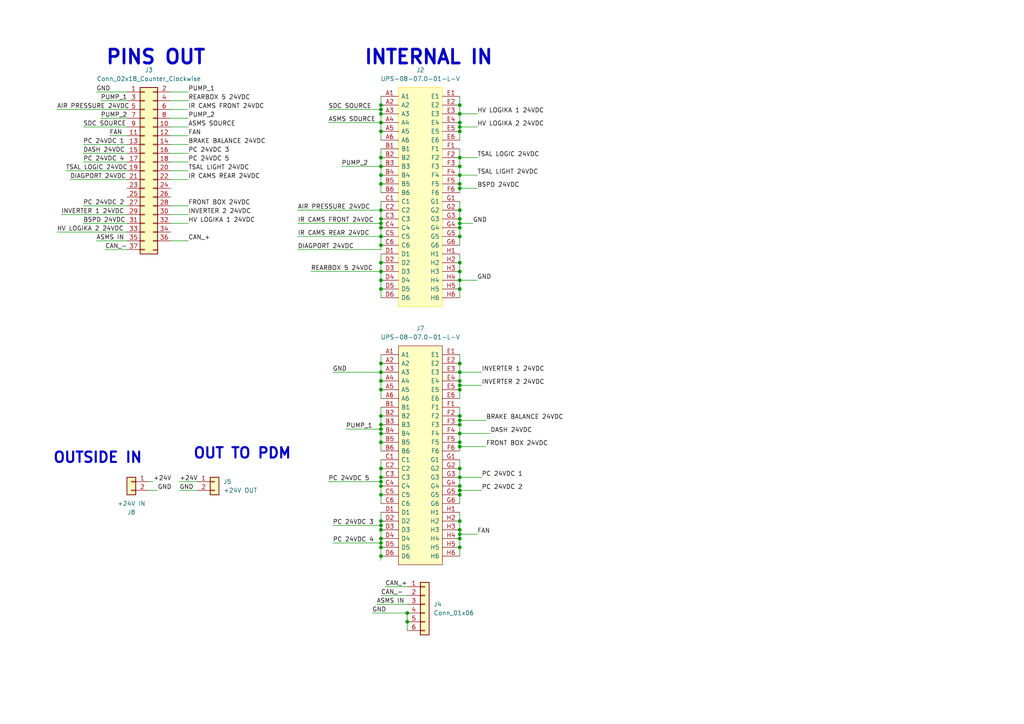
<source format=kicad_sch>
(kicad_sch (version 20230121) (generator eeschema)

  (uuid b652b05a-4e3d-4ad1-b032-18886abe7d45)

  (paper "A4")

  (title_block
    (rev "${REVISION}")
    (company "Author: Wiktor Krakowski ")
    (comment 1 "Reviewer:")
  )

  (lib_symbols
    (symbol "Connector_Generic:Conn_01x02" (pin_names (offset 1.016) hide) (in_bom yes) (on_board yes)
      (property "Reference" "J" (at 0 2.54 0)
        (effects (font (size 1.27 1.27)))
      )
      (property "Value" "Conn_01x02" (at 0 -5.08 0)
        (effects (font (size 1.27 1.27)))
      )
      (property "Footprint" "" (at 0 0 0)
        (effects (font (size 1.27 1.27)) hide)
      )
      (property "Datasheet" "~" (at 0 0 0)
        (effects (font (size 1.27 1.27)) hide)
      )
      (property "ki_keywords" "connector" (at 0 0 0)
        (effects (font (size 1.27 1.27)) hide)
      )
      (property "ki_description" "Generic connector, single row, 01x02, script generated (kicad-library-utils/schlib/autogen/connector/)" (at 0 0 0)
        (effects (font (size 1.27 1.27)) hide)
      )
      (property "ki_fp_filters" "Connector*:*_1x??_*" (at 0 0 0)
        (effects (font (size 1.27 1.27)) hide)
      )
      (symbol "Conn_01x02_1_1"
        (rectangle (start -1.27 -2.413) (end 0 -2.667)
          (stroke (width 0.1524) (type default))
          (fill (type none))
        )
        (rectangle (start -1.27 0.127) (end 0 -0.127)
          (stroke (width 0.1524) (type default))
          (fill (type none))
        )
        (rectangle (start -1.27 1.27) (end 1.27 -3.81)
          (stroke (width 0.254) (type default))
          (fill (type background))
        )
        (pin passive line (at -5.08 0 0) (length 3.81)
          (name "Pin_1" (effects (font (size 1.27 1.27))))
          (number "1" (effects (font (size 1.27 1.27))))
        )
        (pin passive line (at -5.08 -2.54 0) (length 3.81)
          (name "Pin_2" (effects (font (size 1.27 1.27))))
          (number "2" (effects (font (size 1.27 1.27))))
        )
      )
    )
    (symbol "Connector_Generic:Conn_01x06" (pin_names (offset 1.016) hide) (in_bom yes) (on_board yes)
      (property "Reference" "J" (at 0 7.62 0)
        (effects (font (size 1.27 1.27)))
      )
      (property "Value" "Conn_01x06" (at 0 -10.16 0)
        (effects (font (size 1.27 1.27)))
      )
      (property "Footprint" "" (at 0 0 0)
        (effects (font (size 1.27 1.27)) hide)
      )
      (property "Datasheet" "~" (at 0 0 0)
        (effects (font (size 1.27 1.27)) hide)
      )
      (property "ki_keywords" "connector" (at 0 0 0)
        (effects (font (size 1.27 1.27)) hide)
      )
      (property "ki_description" "Generic connector, single row, 01x06, script generated (kicad-library-utils/schlib/autogen/connector/)" (at 0 0 0)
        (effects (font (size 1.27 1.27)) hide)
      )
      (property "ki_fp_filters" "Connector*:*_1x??_*" (at 0 0 0)
        (effects (font (size 1.27 1.27)) hide)
      )
      (symbol "Conn_01x06_1_1"
        (rectangle (start -1.27 -7.493) (end 0 -7.747)
          (stroke (width 0.1524) (type default))
          (fill (type none))
        )
        (rectangle (start -1.27 -4.953) (end 0 -5.207)
          (stroke (width 0.1524) (type default))
          (fill (type none))
        )
        (rectangle (start -1.27 -2.413) (end 0 -2.667)
          (stroke (width 0.1524) (type default))
          (fill (type none))
        )
        (rectangle (start -1.27 0.127) (end 0 -0.127)
          (stroke (width 0.1524) (type default))
          (fill (type none))
        )
        (rectangle (start -1.27 2.667) (end 0 2.413)
          (stroke (width 0.1524) (type default))
          (fill (type none))
        )
        (rectangle (start -1.27 5.207) (end 0 4.953)
          (stroke (width 0.1524) (type default))
          (fill (type none))
        )
        (rectangle (start -1.27 6.35) (end 1.27 -8.89)
          (stroke (width 0.254) (type default))
          (fill (type background))
        )
        (pin passive line (at -5.08 5.08 0) (length 3.81)
          (name "Pin_1" (effects (font (size 1.27 1.27))))
          (number "1" (effects (font (size 1.27 1.27))))
        )
        (pin passive line (at -5.08 2.54 0) (length 3.81)
          (name "Pin_2" (effects (font (size 1.27 1.27))))
          (number "2" (effects (font (size 1.27 1.27))))
        )
        (pin passive line (at -5.08 0 0) (length 3.81)
          (name "Pin_3" (effects (font (size 1.27 1.27))))
          (number "3" (effects (font (size 1.27 1.27))))
        )
        (pin passive line (at -5.08 -2.54 0) (length 3.81)
          (name "Pin_4" (effects (font (size 1.27 1.27))))
          (number "4" (effects (font (size 1.27 1.27))))
        )
        (pin passive line (at -5.08 -5.08 0) (length 3.81)
          (name "Pin_5" (effects (font (size 1.27 1.27))))
          (number "5" (effects (font (size 1.27 1.27))))
        )
        (pin passive line (at -5.08 -7.62 0) (length 3.81)
          (name "Pin_6" (effects (font (size 1.27 1.27))))
          (number "6" (effects (font (size 1.27 1.27))))
        )
      )
    )
    (symbol "Connector_Generic:Conn_02x18_Odd_Even" (pin_names (offset 1.016) hide) (in_bom yes) (on_board yes)
      (property "Reference" "J3" (at 1.27 26.67 0)
        (effects (font (size 1.27 1.27)))
      )
      (property "Value" "Conn_02x18_Counter_Clockwise" (at 1.27 24.13 0)
        (effects (font (size 1.27 1.27)))
      )
      (property "Footprint" "Connector_IDC:IDC-Header_2x20-1MP_P2.54mm_Latch6.5mm_Vertical" (at 0 0 0)
        (effects (font (size 1.27 1.27)) hide)
      )
      (property "Datasheet" "~" (at 0 0 0)
        (effects (font (size 1.27 1.27)) hide)
      )
      (property "ki_keywords" "connector" (at 0 0 0)
        (effects (font (size 1.27 1.27)) hide)
      )
      (property "ki_description" "Generic connector, double row, 02x18, odd/even pin numbering scheme (row 1 odd numbers, row 2 even numbers), script generated (kicad-library-utils/schlib/autogen/connector/)" (at 0 0 0)
        (effects (font (size 1.27 1.27)) hide)
      )
      (property "ki_fp_filters" "Connector*:*_2x??_*" (at 0 0 0)
        (effects (font (size 1.27 1.27)) hide)
      )
      (symbol "Conn_02x18_Odd_Even_1_1"
        (rectangle (start -1.27 -25.273) (end 0 -25.527)
          (stroke (width 0.1524) (type default))
          (fill (type none))
        )
        (rectangle (start -1.27 -22.733) (end 0 -22.987)
          (stroke (width 0.1524) (type default))
          (fill (type none))
        )
        (rectangle (start -1.27 -20.193) (end 0 -20.447)
          (stroke (width 0.1524) (type default))
          (fill (type none))
        )
        (rectangle (start -1.27 -17.653) (end 0 -17.907)
          (stroke (width 0.1524) (type default))
          (fill (type none))
        )
        (rectangle (start -1.27 -15.113) (end 0 -15.367)
          (stroke (width 0.1524) (type default))
          (fill (type none))
        )
        (rectangle (start -1.27 -12.573) (end 0 -12.827)
          (stroke (width 0.1524) (type default))
          (fill (type none))
        )
        (rectangle (start -1.27 -10.033) (end 0 -10.287)
          (stroke (width 0.1524) (type default))
          (fill (type none))
        )
        (rectangle (start -1.27 -7.493) (end 0 -7.747)
          (stroke (width 0.1524) (type default))
          (fill (type none))
        )
        (rectangle (start -1.27 -4.953) (end 0 -5.207)
          (stroke (width 0.1524) (type default))
          (fill (type none))
        )
        (rectangle (start -1.27 -2.413) (end 0 -2.667)
          (stroke (width 0.1524) (type default))
          (fill (type none))
        )
        (rectangle (start -1.27 0.127) (end 0 -0.127)
          (stroke (width 0.1524) (type default))
          (fill (type none))
        )
        (rectangle (start -1.27 2.667) (end 0 2.413)
          (stroke (width 0.1524) (type default))
          (fill (type none))
        )
        (rectangle (start -1.27 5.207) (end 0 4.953)
          (stroke (width 0.1524) (type default))
          (fill (type none))
        )
        (rectangle (start -1.27 7.747) (end 0 7.493)
          (stroke (width 0.1524) (type default))
          (fill (type none))
        )
        (rectangle (start -1.27 10.287) (end 0 10.033)
          (stroke (width 0.1524) (type default))
          (fill (type none))
        )
        (rectangle (start -1.27 12.827) (end 0 12.573)
          (stroke (width 0.1524) (type default))
          (fill (type none))
        )
        (rectangle (start -1.27 15.367) (end 0 15.113)
          (stroke (width 0.1524) (type default))
          (fill (type none))
        )
        (rectangle (start -1.27 17.907) (end 0 17.653)
          (stroke (width 0.1524) (type default))
          (fill (type none))
        )
        (rectangle (start -1.27 20.447) (end 0 20.193)
          (stroke (width 0.1524) (type default))
          (fill (type none))
        )
        (rectangle (start -1.27 21.59) (end 3.81 -26.67)
          (stroke (width 0.254) (type default))
          (fill (type background))
        )
        (rectangle (start 2.54 -25.4) (end 3.81 -25.654)
          (stroke (width 0.1524) (type default))
          (fill (type none))
        )
        (rectangle (start 2.54 -22.733) (end 3.81 -22.987)
          (stroke (width 0.1524) (type default))
          (fill (type none))
        )
        (rectangle (start 3.81 -20.193) (end 2.54 -20.447)
          (stroke (width 0.1524) (type default))
          (fill (type none))
        )
        (rectangle (start 3.81 -17.653) (end 2.54 -17.907)
          (stroke (width 0.1524) (type default))
          (fill (type none))
        )
        (rectangle (start 3.81 -15.113) (end 2.54 -15.367)
          (stroke (width 0.1524) (type default))
          (fill (type none))
        )
        (rectangle (start 3.81 -12.573) (end 2.54 -12.827)
          (stroke (width 0.1524) (type default))
          (fill (type none))
        )
        (rectangle (start 3.81 -10.033) (end 2.54 -10.287)
          (stroke (width 0.1524) (type default))
          (fill (type none))
        )
        (rectangle (start 3.81 -7.493) (end 2.54 -7.747)
          (stroke (width 0.1524) (type default))
          (fill (type none))
        )
        (rectangle (start 3.81 -4.953) (end 2.54 -5.207)
          (stroke (width 0.1524) (type default))
          (fill (type none))
        )
        (rectangle (start 3.81 -2.413) (end 2.54 -2.667)
          (stroke (width 0.1524) (type default))
          (fill (type none))
        )
        (rectangle (start 3.81 0.127) (end 2.54 -0.127)
          (stroke (width 0.1524) (type default))
          (fill (type none))
        )
        (rectangle (start 3.81 2.667) (end 2.54 2.413)
          (stroke (width 0.1524) (type default))
          (fill (type none))
        )
        (rectangle (start 3.81 5.207) (end 2.54 4.953)
          (stroke (width 0.1524) (type default))
          (fill (type none))
        )
        (rectangle (start 3.81 7.747) (end 2.54 7.493)
          (stroke (width 0.1524) (type default))
          (fill (type none))
        )
        (rectangle (start 3.81 10.287) (end 2.54 10.033)
          (stroke (width 0.1524) (type default))
          (fill (type none))
        )
        (rectangle (start 3.81 12.827) (end 2.54 12.573)
          (stroke (width 0.1524) (type default))
          (fill (type none))
        )
        (rectangle (start 3.81 15.367) (end 2.54 15.113)
          (stroke (width 0.1524) (type default))
          (fill (type none))
        )
        (rectangle (start 3.81 17.907) (end 2.54 17.653)
          (stroke (width 0.1524) (type default))
          (fill (type none))
        )
        (rectangle (start 3.81 20.447) (end 2.54 20.193)
          (stroke (width 0.1524) (type default))
          (fill (type none))
        )
        (pin passive line (at -5.08 20.32 0) (length 3.81)
          (name "Pin_1" (effects (font (size 1.27 1.27))))
          (number "1" (effects (font (size 1.27 1.27))))
        )
        (pin passive line (at 7.62 10.16 180) (length 3.81)
          (name "Pin_10" (effects (font (size 1.27 1.27))))
          (number "10" (effects (font (size 1.27 1.27))))
        )
        (pin passive line (at -5.08 7.62 0) (length 3.81)
          (name "Pin_11" (effects (font (size 1.27 1.27))))
          (number "11" (effects (font (size 1.27 1.27))))
        )
        (pin passive line (at 7.62 7.62 180) (length 3.81)
          (name "Pin_12" (effects (font (size 1.27 1.27))))
          (number "12" (effects (font (size 1.27 1.27))))
        )
        (pin passive line (at -5.08 5.08 0) (length 3.81)
          (name "Pin_13" (effects (font (size 1.27 1.27))))
          (number "13" (effects (font (size 1.27 1.27))))
        )
        (pin passive line (at 7.62 5.08 180) (length 3.81)
          (name "Pin_14" (effects (font (size 1.27 1.27))))
          (number "14" (effects (font (size 1.27 1.27))))
        )
        (pin passive line (at -5.08 2.54 0) (length 3.81)
          (name "Pin_15" (effects (font (size 1.27 1.27))))
          (number "15" (effects (font (size 1.27 1.27))))
        )
        (pin passive line (at 7.62 2.54 180) (length 3.81)
          (name "Pin_16" (effects (font (size 1.27 1.27))))
          (number "16" (effects (font (size 1.27 1.27))))
        )
        (pin passive line (at -5.08 0 0) (length 3.81)
          (name "Pin_17" (effects (font (size 1.27 1.27))))
          (number "17" (effects (font (size 1.27 1.27))))
        )
        (pin passive line (at 7.62 0 180) (length 3.81)
          (name "Pin_18" (effects (font (size 1.27 1.27))))
          (number "18" (effects (font (size 1.27 1.27))))
        )
        (pin passive line (at -5.08 -2.54 0) (length 3.81)
          (name "Pin_19" (effects (font (size 1.27 1.27))))
          (number "19" (effects (font (size 1.27 1.27))))
        )
        (pin passive line (at 7.62 20.32 180) (length 3.81)
          (name "Pin_2" (effects (font (size 1.27 1.27))))
          (number "2" (effects (font (size 1.27 1.27))))
        )
        (pin passive line (at 7.62 -2.54 180) (length 3.81)
          (name "Pin_20" (effects (font (size 1.27 1.27))))
          (number "20" (effects (font (size 1.27 1.27))))
        )
        (pin passive line (at -5.08 -5.08 0) (length 3.81)
          (name "Pin_21" (effects (font (size 1.27 1.27))))
          (number "21" (effects (font (size 1.27 1.27))))
        )
        (pin passive line (at 7.62 -5.08 180) (length 3.81)
          (name "Pin_22" (effects (font (size 1.27 1.27))))
          (number "22" (effects (font (size 1.27 1.27))))
        )
        (pin passive line (at -5.08 -7.62 0) (length 3.81)
          (name "Pin_23" (effects (font (size 1.27 1.27))))
          (number "23" (effects (font (size 1.27 1.27))))
        )
        (pin passive line (at 7.62 -7.62 180) (length 3.81)
          (name "Pin_24" (effects (font (size 1.27 1.27))))
          (number "24" (effects (font (size 1.27 1.27))))
        )
        (pin passive line (at -5.08 -10.16 0) (length 3.81)
          (name "Pin_25" (effects (font (size 1.27 1.27))))
          (number "25" (effects (font (size 1.27 1.27))))
        )
        (pin passive line (at 7.62 -10.16 180) (length 3.81)
          (name "Pin_26" (effects (font (size 1.27 1.27))))
          (number "26" (effects (font (size 1.27 1.27))))
        )
        (pin passive line (at -5.08 -12.7 0) (length 3.81)
          (name "Pin_27" (effects (font (size 1.27 1.27))))
          (number "27" (effects (font (size 1.27 1.27))))
        )
        (pin passive line (at 7.62 -12.7 180) (length 3.81)
          (name "Pin_28" (effects (font (size 1.27 1.27))))
          (number "28" (effects (font (size 1.27 1.27))))
        )
        (pin passive line (at -5.08 -15.24 0) (length 3.81)
          (name "Pin_29" (effects (font (size 1.27 1.27))))
          (number "29" (effects (font (size 1.27 1.27))))
        )
        (pin passive line (at -5.08 17.78 0) (length 3.81)
          (name "Pin_3" (effects (font (size 1.27 1.27))))
          (number "3" (effects (font (size 1.27 1.27))))
        )
        (pin passive line (at 7.62 -15.24 180) (length 3.81)
          (name "Pin_30" (effects (font (size 1.27 1.27))))
          (number "30" (effects (font (size 1.27 1.27))))
        )
        (pin passive line (at -5.08 -17.78 0) (length 3.81)
          (name "Pin_31" (effects (font (size 1.27 1.27))))
          (number "31" (effects (font (size 1.27 1.27))))
        )
        (pin passive line (at 7.62 -17.78 180) (length 3.81)
          (name "Pin_32" (effects (font (size 1.27 1.27))))
          (number "32" (effects (font (size 1.27 1.27))))
        )
        (pin passive line (at -5.08 -20.32 0) (length 3.81)
          (name "Pin_33" (effects (font (size 1.27 1.27))))
          (number "33" (effects (font (size 1.27 1.27))))
        )
        (pin passive line (at 7.62 -20.32 180) (length 3.81)
          (name "Pin_34" (effects (font (size 1.27 1.27))))
          (number "34" (effects (font (size 1.27 1.27))))
        )
        (pin passive line (at -5.08 -22.86 0) (length 3.81)
          (name "Pin_35" (effects (font (size 1.27 1.27))))
          (number "35" (effects (font (size 1.27 1.27))))
        )
        (pin passive line (at 7.62 -22.86 180) (length 3.81)
          (name "Pin_36" (effects (font (size 1.27 1.27))))
          (number "36" (effects (font (size 1.27 1.27))))
        )
        (pin passive line (at -5.08 -25.4 0) (length 3.81)
          (name "Pin_37" (effects (font (size 1.27 1.27))))
          (number "37" (effects (font (size 1.27 1.27))))
        )
        (pin passive line (at 7.62 17.78 180) (length 3.81)
          (name "Pin_4" (effects (font (size 1.27 1.27))))
          (number "4" (effects (font (size 1.27 1.27))))
        )
        (pin passive line (at -5.08 15.24 0) (length 3.81)
          (name "Pin_5" (effects (font (size 1.27 1.27))))
          (number "5" (effects (font (size 1.27 1.27))))
        )
        (pin passive line (at 7.62 15.24 180) (length 3.81)
          (name "Pin_6" (effects (font (size 1.27 1.27))))
          (number "6" (effects (font (size 1.27 1.27))))
        )
        (pin passive line (at -5.08 12.7 0) (length 3.81)
          (name "Pin_7" (effects (font (size 1.27 1.27))))
          (number "7" (effects (font (size 1.27 1.27))))
        )
        (pin passive line (at 7.62 12.7 180) (length 3.81)
          (name "Pin_8" (effects (font (size 1.27 1.27))))
          (number "8" (effects (font (size 1.27 1.27))))
        )
        (pin passive line (at -5.08 10.16 0) (length 3.81)
          (name "Pin_9" (effects (font (size 1.27 1.27))))
          (number "9" (effects (font (size 1.27 1.27))))
        )
      )
    )
    (symbol "UPS-08-07.0-01-L-V:UPS-08-07.0-01-L-V" (pin_names (offset 0.762)) (in_bom yes) (on_board yes)
      (property "Reference" "J7" (at 11.43 7.62 0)
        (effects (font (size 1.27 1.27)))
      )
      (property "Value" "UPS-08-07.0-01-L-V" (at 11.43 5.08 0)
        (effects (font (size 1.27 1.27)))
      )
      (property "Footprint" "UPS0807001LV" (at 19.05 2.54 0)
        (effects (font (size 1.27 1.27)) (justify left) hide)
      )
      (property "Datasheet" "https://suddendocs.samtec.com/prints/ups-xx-xx.x-xx-x-xx-xx-xx-mkt.pdf?_gl=1*1eqiza8*_ga*MTMzOTQ5MTUyOC4xNzA1NDA3MzU4*_ga_3KFNZC07WW*MTcxMDQ4MTgxOS4yNS4xLjE3MTA0ODE4MzcuNDIuMC4w" (at 19.05 0 0)
        (effects (font (size 1.27 1.27)) (justify left) hide)
      )
      (property "Description" "SAMTEC - UPS-08-07.0-01-L-V . - CONNECTOR, RCPT, 8POS, 1ROW, 3.81MM" (at 19.05 -2.54 0)
        (effects (font (size 1.27 1.27)) (justify left) hide)
      )
      (property "Height" "6.88" (at 19.05 -5.08 0)
        (effects (font (size 1.27 1.27)) (justify left) hide)
      )
      (property "Manufacturer_Name" "SAMTEC" (at 19.05 -7.62 0)
        (effects (font (size 1.27 1.27)) (justify left) hide)
      )
      (property "Manufacturer_Part_Number" "UPS-08-07.0-01-L-V" (at 19.05 -10.16 0)
        (effects (font (size 1.27 1.27)) (justify left) hide)
      )
      (property "Mouser Part Number" "200-UPS0807.001LV" (at 19.05 -12.7 0)
        (effects (font (size 1.27 1.27)) (justify left) hide)
      )
      (property "Mouser Price/Stock" "https://www.mouser.com/Search/Refine.aspx?Keyword=200-UPS0807.001LV" (at 19.05 -15.24 0)
        (effects (font (size 1.27 1.27)) (justify left) hide)
      )
      (property "Arrow Part Number" "UPS-08-07.0-01-L-V" (at 19.05 -17.78 0)
        (effects (font (size 1.27 1.27)) (justify left) hide)
      )
      (property "Arrow Price/Stock" "https://www.arrow.com/en/products/ups-08-07.0-01-l-v/samtec" (at 19.05 -20.32 0)
        (effects (font (size 1.27 1.27)) (justify left) hide)
      )
      (property "ki_description" "SAMTEC - UPS-08-07.0-01-L-V . - CONNECTOR, RCPT, 8POS, 1ROW, 3.81MM" (at 0 0 0)
        (effects (font (size 1.27 1.27)) hide)
      )
      (symbol "UPS-08-07.0-01-L-V_0_0"
        (pin passive line (at 0 0 0) (length 5.08)
          (name "A1" (effects (font (size 1.27 1.27))))
          (number "A1" (effects (font (size 1.27 1.27))))
        )
        (pin passive line (at 0 -2.54 0) (length 5.08)
          (name "A2" (effects (font (size 1.27 1.27))))
          (number "A2" (effects (font (size 1.27 1.27))))
        )
        (pin passive line (at 0 -5.08 0) (length 5.08)
          (name "A3" (effects (font (size 1.27 1.27))))
          (number "A3" (effects (font (size 1.27 1.27))))
        )
        (pin passive line (at 0 -7.62 0) (length 5.08)
          (name "A4" (effects (font (size 1.27 1.27))))
          (number "A4" (effects (font (size 1.27 1.27))))
        )
        (pin passive line (at 0 -10.16 0) (length 5.08)
          (name "A5" (effects (font (size 1.27 1.27))))
          (number "A5" (effects (font (size 1.27 1.27))))
        )
        (pin passive line (at 0 -12.7 0) (length 5.08)
          (name "A6" (effects (font (size 1.27 1.27))))
          (number "A6" (effects (font (size 1.27 1.27))))
        )
        (pin passive line (at 0 -15.24 0) (length 5.08)
          (name "B1" (effects (font (size 1.27 1.27))))
          (number "B1" (effects (font (size 1.27 1.27))))
        )
        (pin passive line (at 0 -17.78 0) (length 5.08)
          (name "B2" (effects (font (size 1.27 1.27))))
          (number "B2" (effects (font (size 1.27 1.27))))
        )
        (pin passive line (at 0 -20.32 0) (length 5.08)
          (name "B3" (effects (font (size 1.27 1.27))))
          (number "B3" (effects (font (size 1.27 1.27))))
        )
        (pin passive line (at 0 -22.86 0) (length 5.08)
          (name "B4" (effects (font (size 1.27 1.27))))
          (number "B4" (effects (font (size 1.27 1.27))))
        )
        (pin passive line (at 0 -25.4 0) (length 5.08)
          (name "B5" (effects (font (size 1.27 1.27))))
          (number "B5" (effects (font (size 1.27 1.27))))
        )
        (pin passive line (at 0 -27.94 0) (length 5.08)
          (name "B6" (effects (font (size 1.27 1.27))))
          (number "B6" (effects (font (size 1.27 1.27))))
        )
        (pin passive line (at 0 -30.48 0) (length 5.08)
          (name "C1" (effects (font (size 1.27 1.27))))
          (number "C1" (effects (font (size 1.27 1.27))))
        )
        (pin passive line (at 0 -33.02 0) (length 5.08)
          (name "C2" (effects (font (size 1.27 1.27))))
          (number "C2" (effects (font (size 1.27 1.27))))
        )
        (pin passive line (at 0 -35.56 0) (length 5.08)
          (name "C3" (effects (font (size 1.27 1.27))))
          (number "C3" (effects (font (size 1.27 1.27))))
        )
        (pin passive line (at 0 -38.1 0) (length 5.08)
          (name "C4" (effects (font (size 1.27 1.27))))
          (number "C4" (effects (font (size 1.27 1.27))))
        )
        (pin passive line (at 0 -40.64 0) (length 5.08)
          (name "C5" (effects (font (size 1.27 1.27))))
          (number "C5" (effects (font (size 1.27 1.27))))
        )
        (pin passive line (at 0 -43.18 0) (length 5.08)
          (name "C6" (effects (font (size 1.27 1.27))))
          (number "C6" (effects (font (size 1.27 1.27))))
        )
        (pin passive line (at 0 -45.72 0) (length 5.08)
          (name "D1" (effects (font (size 1.27 1.27))))
          (number "D1" (effects (font (size 1.27 1.27))))
        )
        (pin passive line (at 0 -48.26 0) (length 5.08)
          (name "D2" (effects (font (size 1.27 1.27))))
          (number "D2" (effects (font (size 1.27 1.27))))
        )
        (pin passive line (at 0 -50.8 0) (length 5.08)
          (name "D3" (effects (font (size 1.27 1.27))))
          (number "D3" (effects (font (size 1.27 1.27))))
        )
        (pin passive line (at 0 -53.34 0) (length 5.08)
          (name "D4" (effects (font (size 1.27 1.27))))
          (number "D4" (effects (font (size 1.27 1.27))))
        )
        (pin passive line (at 0 -55.88 0) (length 5.08)
          (name "D5" (effects (font (size 1.27 1.27))))
          (number "D5" (effects (font (size 1.27 1.27))))
        )
        (pin passive line (at 0 -58.42 0) (length 5.08)
          (name "D6" (effects (font (size 1.27 1.27))))
          (number "D6" (effects (font (size 1.27 1.27))))
        )
        (pin passive line (at 22.86 0 180) (length 5.08)
          (name "E1" (effects (font (size 1.27 1.27))))
          (number "E1" (effects (font (size 1.27 1.27))))
        )
        (pin passive line (at 22.86 -2.54 180) (length 5.08)
          (name "E2" (effects (font (size 1.27 1.27))))
          (number "E2" (effects (font (size 1.27 1.27))))
        )
        (pin passive line (at 22.86 -5.08 180) (length 5.08)
          (name "E3" (effects (font (size 1.27 1.27))))
          (number "E3" (effects (font (size 1.27 1.27))))
        )
        (pin passive line (at 22.86 -7.62 180) (length 5.08)
          (name "E4" (effects (font (size 1.27 1.27))))
          (number "E4" (effects (font (size 1.27 1.27))))
        )
        (pin passive line (at 22.86 -10.16 180) (length 5.08)
          (name "E5" (effects (font (size 1.27 1.27))))
          (number "E5" (effects (font (size 1.27 1.27))))
        )
        (pin passive line (at 22.86 -12.7 180) (length 5.08)
          (name "E6" (effects (font (size 1.27 1.27))))
          (number "E6" (effects (font (size 1.27 1.27))))
        )
        (pin passive line (at 22.86 -15.24 180) (length 5.08)
          (name "F1" (effects (font (size 1.27 1.27))))
          (number "F1" (effects (font (size 1.27 1.27))))
        )
        (pin passive line (at 22.86 -17.78 180) (length 5.08)
          (name "F2" (effects (font (size 1.27 1.27))))
          (number "F2" (effects (font (size 1.27 1.27))))
        )
        (pin passive line (at 22.86 -20.32 180) (length 5.08)
          (name "F3" (effects (font (size 1.27 1.27))))
          (number "F3" (effects (font (size 1.27 1.27))))
        )
        (pin passive line (at 22.86 -22.86 180) (length 5.08)
          (name "F4" (effects (font (size 1.27 1.27))))
          (number "F4" (effects (font (size 1.27 1.27))))
        )
        (pin passive line (at 22.86 -25.4 180) (length 5.08)
          (name "F5" (effects (font (size 1.27 1.27))))
          (number "F5" (effects (font (size 1.27 1.27))))
        )
        (pin passive line (at 22.86 -27.94 180) (length 5.08)
          (name "F6" (effects (font (size 1.27 1.27))))
          (number "F6" (effects (font (size 1.27 1.27))))
        )
        (pin passive line (at 22.86 -30.48 180) (length 5.08)
          (name "G1" (effects (font (size 1.27 1.27))))
          (number "G1" (effects (font (size 1.27 1.27))))
        )
        (pin passive line (at 22.86 -33.02 180) (length 5.08)
          (name "G2" (effects (font (size 1.27 1.27))))
          (number "G2" (effects (font (size 1.27 1.27))))
        )
        (pin passive line (at 22.86 -35.56 180) (length 5.08)
          (name "G3" (effects (font (size 1.27 1.27))))
          (number "G3" (effects (font (size 1.27 1.27))))
        )
        (pin passive line (at 22.86 -38.1 180) (length 5.08)
          (name "G4" (effects (font (size 1.27 1.27))))
          (number "G4" (effects (font (size 1.27 1.27))))
        )
        (pin passive line (at 22.86 -40.64 180) (length 5.08)
          (name "G5" (effects (font (size 1.27 1.27))))
          (number "G5" (effects (font (size 1.27 1.27))))
        )
        (pin passive line (at 22.86 -43.18 180) (length 5.08)
          (name "G6" (effects (font (size 1.27 1.27))))
          (number "G6" (effects (font (size 1.27 1.27))))
        )
        (pin passive line (at 22.86 -45.72 180) (length 5.08)
          (name "H1" (effects (font (size 1.27 1.27))))
          (number "H1" (effects (font (size 1.27 1.27))))
        )
        (pin passive line (at 22.86 -48.26 180) (length 5.08)
          (name "H2" (effects (font (size 1.27 1.27))))
          (number "H2" (effects (font (size 1.27 1.27))))
        )
        (pin passive line (at 22.86 -50.8 180) (length 5.08)
          (name "H3" (effects (font (size 1.27 1.27))))
          (number "H3" (effects (font (size 1.27 1.27))))
        )
        (pin passive line (at 22.86 -53.34 180) (length 5.08)
          (name "H4" (effects (font (size 1.27 1.27))))
          (number "H4" (effects (font (size 1.27 1.27))))
        )
        (pin passive line (at 22.86 -55.88 180) (length 5.08)
          (name "H5" (effects (font (size 1.27 1.27))))
          (number "H5" (effects (font (size 1.27 1.27))))
        )
        (pin passive line (at 22.86 -58.42 180) (length 5.08)
          (name "H6" (effects (font (size 1.27 1.27))))
          (number "H6" (effects (font (size 1.27 1.27))))
        )
      )
      (symbol "UPS-08-07.0-01-L-V_1_1"
        (polyline
          (pts
            (xy 5.08 2.54)
            (xy 17.78 2.54)
            (xy 17.78 -60.96)
            (xy 5.08 -60.96)
            (xy 5.08 2.54)
          )
          (stroke (width 0.1524) (type solid))
          (fill (type background))
        )
      )
    )
    (symbol "UPS-08-07.0-01-L-V_1" (pin_names (offset 0.762)) (in_bom yes) (on_board yes)
      (property "Reference" "J2" (at 11.43 7.62 0)
        (effects (font (size 1.27 1.27)))
      )
      (property "Value" "UPS-08-07.0-01-L-V" (at 11.43 5.08 0)
        (effects (font (size 1.27 1.27)))
      )
      (property "Footprint" "UPS0807001LV" (at 19.05 2.54 0)
        (effects (font (size 1.27 1.27)) (justify left) hide)
      )
      (property "Datasheet" "https://suddendocs.samtec.com/prints/ups-xx-xx.x-xx-x-xx-xx-xx-mkt.pdf?_gl=1*1eqiza8*_ga*MTMzOTQ5MTUyOC4xNzA1NDA3MzU4*_ga_3KFNZC07WW*MTcxMDQ4MTgxOS4yNS4xLjE3MTA0ODE4MzcuNDIuMC4w" (at 19.05 0 0)
        (effects (font (size 1.27 1.27)) (justify left) hide)
      )
      (property "Description" "SAMTEC - UPS-08-07.0-01-L-V . - CONNECTOR, RCPT, 8POS, 1ROW, 3.81MM" (at 19.05 -2.54 0)
        (effects (font (size 1.27 1.27)) (justify left) hide)
      )
      (property "Height" "6.88" (at 19.05 -5.08 0)
        (effects (font (size 1.27 1.27)) (justify left) hide)
      )
      (property "Manufacturer_Name" "SAMTEC" (at 19.05 -7.62 0)
        (effects (font (size 1.27 1.27)) (justify left) hide)
      )
      (property "Manufacturer_Part_Number" "UPS-08-07.0-01-L-V" (at 19.05 -10.16 0)
        (effects (font (size 1.27 1.27)) (justify left) hide)
      )
      (property "Mouser Part Number" "200-UPS0807.001LV" (at 19.05 -12.7 0)
        (effects (font (size 1.27 1.27)) (justify left) hide)
      )
      (property "Mouser Price/Stock" "https://www.mouser.com/Search/Refine.aspx?Keyword=200-UPS0807.001LV" (at 19.05 -15.24 0)
        (effects (font (size 1.27 1.27)) (justify left) hide)
      )
      (property "Arrow Part Number" "UPS-08-07.0-01-L-V" (at 19.05 -17.78 0)
        (effects (font (size 1.27 1.27)) (justify left) hide)
      )
      (property "Arrow Price/Stock" "https://www.arrow.com/en/products/ups-08-07.0-01-l-v/samtec" (at 19.05 -20.32 0)
        (effects (font (size 1.27 1.27)) (justify left) hide)
      )
      (property "ki_description" "SAMTEC - UPS-08-07.0-01-L-V . - CONNECTOR, RCPT, 8POS, 1ROW, 3.81MM" (at 0 0 0)
        (effects (font (size 1.27 1.27)) hide)
      )
      (symbol "UPS-08-07.0-01-L-V_1_0_0"
        (pin passive line (at 0 0 0) (length 5.08)
          (name "A1" (effects (font (size 1.27 1.27))))
          (number "A1" (effects (font (size 1.27 1.27))))
        )
        (pin passive line (at 0 -2.54 0) (length 5.08)
          (name "A2" (effects (font (size 1.27 1.27))))
          (number "A2" (effects (font (size 1.27 1.27))))
        )
        (pin passive line (at 0 -5.08 0) (length 5.08)
          (name "A3" (effects (font (size 1.27 1.27))))
          (number "A3" (effects (font (size 1.27 1.27))))
        )
        (pin passive line (at 0 -7.62 0) (length 5.08)
          (name "A4" (effects (font (size 1.27 1.27))))
          (number "A4" (effects (font (size 1.27 1.27))))
        )
        (pin passive line (at 0 -10.16 0) (length 5.08)
          (name "A5" (effects (font (size 1.27 1.27))))
          (number "A5" (effects (font (size 1.27 1.27))))
        )
        (pin passive line (at 0 -12.7 0) (length 5.08)
          (name "A6" (effects (font (size 1.27 1.27))))
          (number "A6" (effects (font (size 1.27 1.27))))
        )
        (pin passive line (at 0 -15.24 0) (length 5.08)
          (name "B1" (effects (font (size 1.27 1.27))))
          (number "B1" (effects (font (size 1.27 1.27))))
        )
        (pin passive line (at 0 -17.78 0) (length 5.08)
          (name "B2" (effects (font (size 1.27 1.27))))
          (number "B2" (effects (font (size 1.27 1.27))))
        )
        (pin passive line (at 0 -20.32 0) (length 5.08)
          (name "B3" (effects (font (size 1.27 1.27))))
          (number "B3" (effects (font (size 1.27 1.27))))
        )
        (pin passive line (at 0 -22.86 0) (length 5.08)
          (name "B4" (effects (font (size 1.27 1.27))))
          (number "B4" (effects (font (size 1.27 1.27))))
        )
        (pin passive line (at 0 -25.4 0) (length 5.08)
          (name "B5" (effects (font (size 1.27 1.27))))
          (number "B5" (effects (font (size 1.27 1.27))))
        )
        (pin passive line (at 0 -27.94 0) (length 5.08)
          (name "B6" (effects (font (size 1.27 1.27))))
          (number "B6" (effects (font (size 1.27 1.27))))
        )
        (pin passive line (at 0 -30.48 0) (length 5.08)
          (name "C1" (effects (font (size 1.27 1.27))))
          (number "C1" (effects (font (size 1.27 1.27))))
        )
        (pin passive line (at 0 -33.02 0) (length 5.08)
          (name "C2" (effects (font (size 1.27 1.27))))
          (number "C2" (effects (font (size 1.27 1.27))))
        )
        (pin passive line (at 0 -35.56 0) (length 5.08)
          (name "C3" (effects (font (size 1.27 1.27))))
          (number "C3" (effects (font (size 1.27 1.27))))
        )
        (pin passive line (at 0 -38.1 0) (length 5.08)
          (name "C4" (effects (font (size 1.27 1.27))))
          (number "C4" (effects (font (size 1.27 1.27))))
        )
        (pin passive line (at 0 -40.64 0) (length 5.08)
          (name "C5" (effects (font (size 1.27 1.27))))
          (number "C5" (effects (font (size 1.27 1.27))))
        )
        (pin passive line (at 0 -43.18 0) (length 5.08)
          (name "C6" (effects (font (size 1.27 1.27))))
          (number "C6" (effects (font (size 1.27 1.27))))
        )
        (pin passive line (at 0 -45.72 0) (length 5.08)
          (name "D1" (effects (font (size 1.27 1.27))))
          (number "D1" (effects (font (size 1.27 1.27))))
        )
        (pin passive line (at 0 -48.26 0) (length 5.08)
          (name "D2" (effects (font (size 1.27 1.27))))
          (number "D2" (effects (font (size 1.27 1.27))))
        )
        (pin passive line (at 0 -50.8 0) (length 5.08)
          (name "D3" (effects (font (size 1.27 1.27))))
          (number "D3" (effects (font (size 1.27 1.27))))
        )
        (pin passive line (at 0 -53.34 0) (length 5.08)
          (name "D4" (effects (font (size 1.27 1.27))))
          (number "D4" (effects (font (size 1.27 1.27))))
        )
        (pin passive line (at 0 -55.88 0) (length 5.08)
          (name "D5" (effects (font (size 1.27 1.27))))
          (number "D5" (effects (font (size 1.27 1.27))))
        )
        (pin passive line (at 0 -58.42 0) (length 5.08)
          (name "D6" (effects (font (size 1.27 1.27))))
          (number "D6" (effects (font (size 1.27 1.27))))
        )
        (pin passive line (at 22.86 0 180) (length 5.08)
          (name "E1" (effects (font (size 1.27 1.27))))
          (number "E1" (effects (font (size 1.27 1.27))))
        )
        (pin passive line (at 22.86 -2.54 180) (length 5.08)
          (name "E2" (effects (font (size 1.27 1.27))))
          (number "E2" (effects (font (size 1.27 1.27))))
        )
        (pin passive line (at 22.86 -5.08 180) (length 5.08)
          (name "E3" (effects (font (size 1.27 1.27))))
          (number "E3" (effects (font (size 1.27 1.27))))
        )
        (pin passive line (at 22.86 -7.62 180) (length 5.08)
          (name "E4" (effects (font (size 1.27 1.27))))
          (number "E4" (effects (font (size 1.27 1.27))))
        )
        (pin passive line (at 22.86 -10.16 180) (length 5.08)
          (name "E5" (effects (font (size 1.27 1.27))))
          (number "E5" (effects (font (size 1.27 1.27))))
        )
        (pin passive line (at 22.86 -12.7 180) (length 5.08)
          (name "E6" (effects (font (size 1.27 1.27))))
          (number "E6" (effects (font (size 1.27 1.27))))
        )
        (pin passive line (at 22.86 -15.24 180) (length 5.08)
          (name "F1" (effects (font (size 1.27 1.27))))
          (number "F1" (effects (font (size 1.27 1.27))))
        )
        (pin passive line (at 22.86 -17.78 180) (length 5.08)
          (name "F2" (effects (font (size 1.27 1.27))))
          (number "F2" (effects (font (size 1.27 1.27))))
        )
        (pin passive line (at 22.86 -20.32 180) (length 5.08)
          (name "F3" (effects (font (size 1.27 1.27))))
          (number "F3" (effects (font (size 1.27 1.27))))
        )
        (pin passive line (at 22.86 -22.86 180) (length 5.08)
          (name "F4" (effects (font (size 1.27 1.27))))
          (number "F4" (effects (font (size 1.27 1.27))))
        )
        (pin passive line (at 22.86 -25.4 180) (length 5.08)
          (name "F5" (effects (font (size 1.27 1.27))))
          (number "F5" (effects (font (size 1.27 1.27))))
        )
        (pin passive line (at 22.86 -27.94 180) (length 5.08)
          (name "F6" (effects (font (size 1.27 1.27))))
          (number "F6" (effects (font (size 1.27 1.27))))
        )
        (pin passive line (at 22.86 -30.48 180) (length 5.08)
          (name "G1" (effects (font (size 1.27 1.27))))
          (number "G1" (effects (font (size 1.27 1.27))))
        )
        (pin passive line (at 22.86 -33.02 180) (length 5.08)
          (name "G2" (effects (font (size 1.27 1.27))))
          (number "G2" (effects (font (size 1.27 1.27))))
        )
        (pin passive line (at 22.86 -35.56 180) (length 5.08)
          (name "G3" (effects (font (size 1.27 1.27))))
          (number "G3" (effects (font (size 1.27 1.27))))
        )
        (pin passive line (at 22.86 -38.1 180) (length 5.08)
          (name "G4" (effects (font (size 1.27 1.27))))
          (number "G4" (effects (font (size 1.27 1.27))))
        )
        (pin passive line (at 22.86 -40.64 180) (length 5.08)
          (name "G5" (effects (font (size 1.27 1.27))))
          (number "G5" (effects (font (size 1.27 1.27))))
        )
        (pin passive line (at 22.86 -43.18 180) (length 5.08)
          (name "G6" (effects (font (size 1.27 1.27))))
          (number "G6" (effects (font (size 1.27 1.27))))
        )
        (pin passive line (at 22.86 -45.72 180) (length 5.08)
          (name "H1" (effects (font (size 1.27 1.27))))
          (number "H1" (effects (font (size 1.27 1.27))))
        )
        (pin passive line (at 22.86 -48.26 180) (length 5.08)
          (name "H2" (effects (font (size 1.27 1.27))))
          (number "H2" (effects (font (size 1.27 1.27))))
        )
        (pin passive line (at 22.86 -50.8 180) (length 5.08)
          (name "H3" (effects (font (size 1.27 1.27))))
          (number "H3" (effects (font (size 1.27 1.27))))
        )
        (pin passive line (at 22.86 -53.34 180) (length 5.08)
          (name "H4" (effects (font (size 1.27 1.27))))
          (number "H4" (effects (font (size 1.27 1.27))))
        )
        (pin passive line (at 22.86 -55.88 180) (length 5.08)
          (name "H5" (effects (font (size 1.27 1.27))))
          (number "H5" (effects (font (size 1.27 1.27))))
        )
        (pin passive line (at 22.86 -58.42 180) (length 5.08)
          (name "H6" (effects (font (size 1.27 1.27))))
          (number "H6" (effects (font (size 1.27 1.27))))
        )
      )
      (symbol "UPS-08-07.0-01-L-V_1_1_1"
        (polyline
          (pts
            (xy 5.08 2.54)
            (xy 17.78 2.54)
            (xy 17.78 -60.96)
            (xy 5.08 -60.96)
            (xy 5.08 2.54)
          )
          (stroke (width 0.1524) (type solid) (color 255 219 10 1))
          (fill (type background))
        )
      )
    )
  )

  (junction (at 110.49 64.77) (diameter 0) (color 0 0 0 0)
    (uuid 02a5b7ea-c415-4887-a2f0-5bdf548f9d10)
  )
  (junction (at 133.35 151.13) (diameter 0) (color 0 0 0 0)
    (uuid 074ec09a-f7ae-49b3-880c-a13341f49754)
  )
  (junction (at 133.35 153.67) (diameter 0) (color 0 0 0 0)
    (uuid 078947de-d0aa-4540-8f53-48e6c022c154)
  )
  (junction (at 110.49 135.89) (diameter 0) (color 0 0 0 0)
    (uuid 09e2e2ba-f03c-4657-8b87-c42c77ae7eba)
  )
  (junction (at 133.35 121.92) (diameter 0) (color 0 0 0 0)
    (uuid 09f77cae-3542-48c9-9cfc-76d27f7e8607)
  )
  (junction (at 118.11 180.34) (diameter 0) (color 0 0 0 0)
    (uuid 0c604427-6788-4bb8-bf95-08b525a62e23)
  )
  (junction (at 110.49 152.4) (diameter 0) (color 0 0 0 0)
    (uuid 0d5df97d-0c29-463f-af52-1c83683bdd07)
  )
  (junction (at 110.49 66.04) (diameter 0) (color 0 0 0 0)
    (uuid 0f1be909-8421-4dbd-b700-e67c20d1b420)
  )
  (junction (at 133.35 33.02) (diameter 0) (color 0 0 0 0)
    (uuid 11da48d4-5434-4090-add5-79cbfc3cb1ec)
  )
  (junction (at 110.49 143.51) (diameter 0) (color 0 0 0 0)
    (uuid 1cd034e4-5f79-47ad-9c5b-d60eb62a2261)
  )
  (junction (at 133.35 143.51) (diameter 0) (color 0 0 0 0)
    (uuid 21ea1dfb-0dfd-412f-bf79-001ca5fe2120)
  )
  (junction (at 110.49 81.28) (diameter 0) (color 0 0 0 0)
    (uuid 226401da-9872-47c1-9894-981cc9711687)
  )
  (junction (at 110.49 53.34) (diameter 0) (color 0 0 0 0)
    (uuid 228ab255-9cc2-45e3-ad35-bde4642bd01f)
  )
  (junction (at 110.49 71.12) (diameter 0) (color 0 0 0 0)
    (uuid 27a121df-5ffb-4abc-a599-c86172ae9111)
  )
  (junction (at 110.49 139.7) (diameter 0) (color 0 0 0 0)
    (uuid 2a3fd13b-62be-4748-b0fb-d5cfa0adafda)
  )
  (junction (at 110.49 123.19) (diameter 0) (color 0 0 0 0)
    (uuid 37de6a71-5bf8-4233-addf-5fcdb2b4b03a)
  )
  (junction (at 110.49 125.73) (diameter 0) (color 0 0 0 0)
    (uuid 38931a4d-22d9-4fed-bbcd-4e1a045e3648)
  )
  (junction (at 133.35 50.8) (diameter 0) (color 0 0 0 0)
    (uuid 3a80c99d-2b86-4dde-b523-0dc8b4cefe66)
  )
  (junction (at 133.35 78.74) (diameter 0) (color 0 0 0 0)
    (uuid 3b8a65ff-fce7-4880-971e-8f64c4190527)
  )
  (junction (at 133.35 60.96) (diameter 0) (color 0 0 0 0)
    (uuid 3d174ca3-2ce7-40f2-a539-66c4e664145b)
  )
  (junction (at 110.49 105.41) (diameter 0) (color 0 0 0 0)
    (uuid 3de4d9b0-d8d4-419c-a708-ecc7a3a9f13d)
  )
  (junction (at 133.35 138.43) (diameter 0) (color 0 0 0 0)
    (uuid 3e48702a-a850-4541-8b53-3b31a7f9b55d)
  )
  (junction (at 133.35 142.24) (diameter 0) (color 0 0 0 0)
    (uuid 430d628d-be2f-4b5e-9977-4d95633d5d78)
  )
  (junction (at 133.35 111.76) (diameter 0) (color 0 0 0 0)
    (uuid 4ad8ac49-201f-4ccf-8739-5875eaa86677)
  )
  (junction (at 133.35 81.28) (diameter 0) (color 0 0 0 0)
    (uuid 4b5f05db-3cad-4f9b-b465-785f2a434416)
  )
  (junction (at 133.35 105.41) (diameter 0) (color 0 0 0 0)
    (uuid 4c7f62e2-bee5-414a-b073-11005c0ec803)
  )
  (junction (at 110.49 45.72) (diameter 0) (color 0 0 0 0)
    (uuid 517b6338-d29f-4c28-90c5-5fa8166a156b)
  )
  (junction (at 110.49 78.74) (diameter 0) (color 0 0 0 0)
    (uuid 5767fca0-a654-4526-b4f0-d744e5c4ed66)
  )
  (junction (at 133.35 53.34) (diameter 0) (color 0 0 0 0)
    (uuid 5b6bcb89-cccd-49f2-92ad-d509a1de0733)
  )
  (junction (at 133.35 125.73) (diameter 0) (color 0 0 0 0)
    (uuid 5e46375c-e2db-4477-818f-6c4e0161c286)
  )
  (junction (at 133.35 154.94) (diameter 0) (color 0 0 0 0)
    (uuid 5f2480ac-404f-4475-ac34-be382fd0828f)
  )
  (junction (at 133.35 63.5) (diameter 0) (color 0 0 0 0)
    (uuid 5f3f5832-223d-4fa8-bdc6-ab98979f4564)
  )
  (junction (at 133.35 120.65) (diameter 0) (color 0 0 0 0)
    (uuid 62ed8eb5-0c36-48b4-89b7-43a89ef22a33)
  )
  (junction (at 133.35 48.26) (diameter 0) (color 0 0 0 0)
    (uuid 634284a8-efec-45ad-bb00-cbbdba73e4f3)
  )
  (junction (at 110.49 156.21) (diameter 0) (color 0 0 0 0)
    (uuid 64147af0-e208-4a14-88f1-f4290b4c859d)
  )
  (junction (at 110.49 157.48) (diameter 0) (color 0 0 0 0)
    (uuid 6a899981-d7c6-40a8-8a4a-1cdc75f09fd3)
  )
  (junction (at 110.49 128.27) (diameter 0) (color 0 0 0 0)
    (uuid 6f61aad5-1dca-4ff4-947e-146fa558617a)
  )
  (junction (at 133.35 35.56) (diameter 0) (color 0 0 0 0)
    (uuid 739ac311-55c3-4d01-8b6f-6baea8810869)
  )
  (junction (at 110.49 120.65) (diameter 0) (color 0 0 0 0)
    (uuid 79ae94f1-412b-4e74-9b3c-32492204a59d)
  )
  (junction (at 133.35 140.97) (diameter 0) (color 0 0 0 0)
    (uuid 7c50fd71-4793-4bc3-b5e6-875cac16d888)
  )
  (junction (at 133.35 129.54) (diameter 0) (color 0 0 0 0)
    (uuid 7d18d9b3-abe6-4a2d-bd3d-466e1f52190d)
  )
  (junction (at 133.35 66.04) (diameter 0) (color 0 0 0 0)
    (uuid 7edc4394-8a42-49cd-acd7-0b7f0e8fee48)
  )
  (junction (at 133.35 64.77) (diameter 0) (color 0 0 0 0)
    (uuid 7f7c97c5-f625-4d52-84b0-5e0663f4ce19)
  )
  (junction (at 110.49 50.8) (diameter 0) (color 0 0 0 0)
    (uuid 845e425d-f9ee-4f61-b11f-9c5b8d601ed2)
  )
  (junction (at 110.49 138.43) (diameter 0) (color 0 0 0 0)
    (uuid 85ef31ab-c958-4629-8280-0522476467b5)
  )
  (junction (at 133.35 128.27) (diameter 0) (color 0 0 0 0)
    (uuid 874b05db-c4f3-4b6f-8564-0f9864097511)
  )
  (junction (at 110.49 153.67) (diameter 0) (color 0 0 0 0)
    (uuid 8bb8b676-3fb6-47e5-80db-8361955e866b)
  )
  (junction (at 110.49 110.49) (diameter 0) (color 0 0 0 0)
    (uuid 8c11fc94-b388-446f-9b3f-2ee6480e98a5)
  )
  (junction (at 133.35 38.1) (diameter 0) (color 0 0 0 0)
    (uuid 8e1745da-bbb0-4561-975e-7ac1d7ac2d1e)
  )
  (junction (at 110.49 83.82) (diameter 0) (color 0 0 0 0)
    (uuid 97ffffed-797b-493f-8871-dd674c88d18c)
  )
  (junction (at 110.49 31.75) (diameter 0) (color 0 0 0 0)
    (uuid 9839b6b5-47f6-4f7f-85b3-9b185cf3ab4c)
  )
  (junction (at 110.49 76.2) (diameter 0) (color 0 0 0 0)
    (uuid 9937f559-f6ee-4837-81c0-965fd49991ef)
  )
  (junction (at 110.49 38.1) (diameter 0) (color 0 0 0 0)
    (uuid 9ec88a73-f271-4943-8f52-daa57ad382c5)
  )
  (junction (at 133.35 113.03) (diameter 0) (color 0 0 0 0)
    (uuid a0ac5f38-4a22-4325-abc0-11f66a40394f)
  )
  (junction (at 133.35 107.95) (diameter 0) (color 0 0 0 0)
    (uuid a22293a6-8376-4eb2-93c8-da1926787241)
  )
  (junction (at 133.35 30.48) (diameter 0) (color 0 0 0 0)
    (uuid a348007a-65b3-40af-9b61-b4be2cc83a1b)
  )
  (junction (at 110.49 68.58) (diameter 0) (color 0 0 0 0)
    (uuid a4460122-e9db-4e5f-89ce-4324f87b107e)
  )
  (junction (at 133.35 45.72) (diameter 0) (color 0 0 0 0)
    (uuid a466aabe-1566-4296-9575-714aeac8ed06)
  )
  (junction (at 110.49 60.96) (diameter 0) (color 0 0 0 0)
    (uuid a602c5f2-9179-4454-9fa9-e641b71ddeb5)
  )
  (junction (at 110.49 33.02) (diameter 0) (color 0 0 0 0)
    (uuid a6259456-2a69-4b86-b95a-8d46b84e4350)
  )
  (junction (at 110.49 63.5) (diameter 0) (color 0 0 0 0)
    (uuid a723fb35-14f8-4556-b4c4-20aeee6f3660)
  )
  (junction (at 133.35 83.82) (diameter 0) (color 0 0 0 0)
    (uuid abab5a92-f982-4dcb-a734-9c323f5ff275)
  )
  (junction (at 133.35 156.21) (diameter 0) (color 0 0 0 0)
    (uuid b011d5d3-7f83-4e49-938f-9810b0e5b8e6)
  )
  (junction (at 133.35 68.58) (diameter 0) (color 0 0 0 0)
    (uuid b240ba95-0217-4ed2-a2b6-c9cece66ee9c)
  )
  (junction (at 110.49 48.26) (diameter 0) (color 0 0 0 0)
    (uuid b5adb974-1651-4e72-be94-c039bb5daa24)
  )
  (junction (at 110.49 113.03) (diameter 0) (color 0 0 0 0)
    (uuid bcfaf682-5dff-48b1-95ec-762fb2f3cefd)
  )
  (junction (at 110.49 158.75) (diameter 0) (color 0 0 0 0)
    (uuid bf7634b0-fe0d-49a9-927b-34a57807f8a7)
  )
  (junction (at 133.35 36.83) (diameter 0) (color 0 0 0 0)
    (uuid bff56261-757b-4912-bce7-d06162c7c648)
  )
  (junction (at 110.49 151.13) (diameter 0) (color 0 0 0 0)
    (uuid c1882523-a6f9-4049-9d62-718b3353d84e)
  )
  (junction (at 110.49 35.56) (diameter 0) (color 0 0 0 0)
    (uuid c7488b0f-eaef-4c27-a285-89a0b51a6da8)
  )
  (junction (at 133.35 123.19) (diameter 0) (color 0 0 0 0)
    (uuid c7807384-580b-42d0-9058-db1477481aff)
  )
  (junction (at 110.49 140.97) (diameter 0) (color 0 0 0 0)
    (uuid ca35cc54-fb93-4d23-8168-27b77e251316)
  )
  (junction (at 118.11 177.8) (diameter 0) (color 0 0 0 0)
    (uuid caa42369-358f-4981-9fc0-be7e40159738)
  )
  (junction (at 133.35 158.75) (diameter 0) (color 0 0 0 0)
    (uuid cbac7a8a-4ae9-441b-9a05-1b0993da9f73)
  )
  (junction (at 110.49 107.95) (diameter 0) (color 0 0 0 0)
    (uuid cbc8906e-121d-4835-8eda-9c29e3a55698)
  )
  (junction (at 110.49 161.29) (diameter 0) (color 0 0 0 0)
    (uuid ccdcbb3a-409b-4bd1-b8c1-b36d0a4a5732)
  )
  (junction (at 133.35 54.61) (diameter 0) (color 0 0 0 0)
    (uuid cd81e757-b2ce-4c13-8aef-bf458fd89b05)
  )
  (junction (at 110.49 30.48) (diameter 0) (color 0 0 0 0)
    (uuid db1796a6-3d10-47f8-8c0a-a584c707446b)
  )
  (junction (at 110.49 124.46) (diameter 0) (color 0 0 0 0)
    (uuid df468961-67c1-4227-9fe4-b0755029be3d)
  )
  (junction (at 133.35 135.89) (diameter 0) (color 0 0 0 0)
    (uuid e23ef2fc-4e03-40fc-acfd-29b07a75648c)
  )
  (junction (at 133.35 110.49) (diameter 0) (color 0 0 0 0)
    (uuid e9dc47dc-de3e-4b9f-b4f7-6c9f26b2c06c)
  )
  (junction (at 133.35 76.2) (diameter 0) (color 0 0 0 0)
    (uuid f402fec3-5d57-4f4c-8e3a-5a7427a85644)
  )

  (wire (pts (xy 110.49 64.77) (xy 110.49 66.04))
    (stroke (width 0) (type default))
    (uuid 02f75aff-9764-4680-8734-4f0c659a4599)
  )
  (wire (pts (xy 24.13 59.69) (xy 36.83 59.69))
    (stroke (width 0) (type default))
    (uuid 03dd4a8f-5a32-40ed-94fa-baa61993b4c6)
  )
  (wire (pts (xy 110.49 68.58) (xy 110.49 71.12))
    (stroke (width 0) (type default))
    (uuid 046daa90-21b0-445f-8c7d-30372a711266)
  )
  (wire (pts (xy 49.53 41.91) (xy 54.61 41.91))
    (stroke (width 0) (type default))
    (uuid 04a6f476-3fa5-41e8-bd1f-44e862916120)
  )
  (wire (pts (xy 110.49 33.02) (xy 110.49 35.56))
    (stroke (width 0) (type default))
    (uuid 0557d425-e725-4ad3-9093-6d7473c7463d)
  )
  (wire (pts (xy 110.49 27.94) (xy 110.49 30.48))
    (stroke (width 0) (type default))
    (uuid 09f0a931-efd2-4b51-b5de-881e40ce0e28)
  )
  (wire (pts (xy 24.13 44.45) (xy 36.83 44.45))
    (stroke (width 0) (type default))
    (uuid 0a151aed-93df-4499-9fdc-965d956aff14)
  )
  (wire (pts (xy 110.49 148.59) (xy 110.49 151.13))
    (stroke (width 0) (type default))
    (uuid 0a4823da-3007-4373-913f-e45ea4c3207e)
  )
  (wire (pts (xy 133.35 45.72) (xy 138.43 45.72))
    (stroke (width 0) (type default))
    (uuid 0b67c1a2-7992-45e4-a8a8-8a7b0a4a10bc)
  )
  (wire (pts (xy 133.35 148.59) (xy 133.35 151.13))
    (stroke (width 0) (type default))
    (uuid 0c95ac2a-dd04-4d4a-9d37-ace8877db1bc)
  )
  (wire (pts (xy 96.52 152.4) (xy 110.49 152.4))
    (stroke (width 0) (type default))
    (uuid 0d3e9c1f-ceb1-4f09-9c95-14298c5b8da8)
  )
  (wire (pts (xy 133.35 78.74) (xy 133.35 81.28))
    (stroke (width 0) (type default))
    (uuid 0d84bed8-3952-47de-bfd6-523de0ec5ea3)
  )
  (wire (pts (xy 110.49 38.1) (xy 110.49 40.64))
    (stroke (width 0) (type default))
    (uuid 0da02c4f-3afc-47b4-a144-2e24436b3aa4)
  )
  (wire (pts (xy 110.49 83.82) (xy 110.49 86.36))
    (stroke (width 0) (type default))
    (uuid 0e9341bd-29c8-44ef-891c-dff651884d46)
  )
  (wire (pts (xy 133.35 35.56) (xy 133.35 36.83))
    (stroke (width 0) (type default))
    (uuid 113a07ae-ca56-4dec-aa88-a5aa258257d9)
  )
  (wire (pts (xy 110.49 124.46) (xy 110.49 125.73))
    (stroke (width 0) (type default))
    (uuid 15abcdd8-d460-4267-b19b-fb32b95f9897)
  )
  (wire (pts (xy 133.35 125.73) (xy 142.24 125.73))
    (stroke (width 0) (type default))
    (uuid 162f6675-42c5-4252-90af-52f9d4d75200)
  )
  (wire (pts (xy 110.49 60.96) (xy 110.49 63.5))
    (stroke (width 0) (type default))
    (uuid 16741c33-7615-4575-965f-6601a4a47867)
  )
  (wire (pts (xy 49.53 59.69) (xy 54.61 59.69))
    (stroke (width 0) (type default))
    (uuid 1799d264-a390-4a60-8ea6-333975ece137)
  )
  (wire (pts (xy 133.35 45.72) (xy 133.35 48.26))
    (stroke (width 0) (type default))
    (uuid 1bc610b6-6aae-40fe-a5d4-b50f49f6ea7d)
  )
  (wire (pts (xy 133.35 111.76) (xy 133.35 113.03))
    (stroke (width 0) (type default))
    (uuid 1ce7672e-4c48-4cf2-b588-b619d0ce0891)
  )
  (wire (pts (xy 110.49 158.75) (xy 110.49 161.29))
    (stroke (width 0) (type default))
    (uuid 1daca912-65c6-47c5-a110-cb653aac87cf)
  )
  (wire (pts (xy 133.35 105.41) (xy 133.35 107.95))
    (stroke (width 0) (type default))
    (uuid 2047fc12-7722-4e87-b75f-0e9b52083436)
  )
  (wire (pts (xy 133.35 54.61) (xy 133.35 55.88))
    (stroke (width 0) (type default))
    (uuid 2070f807-fa67-416f-9ff7-34564a37e7f4)
  )
  (wire (pts (xy 133.35 64.77) (xy 133.35 66.04))
    (stroke (width 0) (type default))
    (uuid 20eb8c17-7f2d-4ca7-ad42-cecde1c193f2)
  )
  (wire (pts (xy 110.49 140.97) (xy 110.49 143.51))
    (stroke (width 0) (type default))
    (uuid 23192622-0a1b-4ea8-95f5-e8dfe2ae5f4e)
  )
  (wire (pts (xy 43.18 142.24) (xy 45.72 142.24))
    (stroke (width 0) (type default))
    (uuid 266e85f3-e510-4da5-97dc-43d5c9d79921)
  )
  (wire (pts (xy 110.49 76.2) (xy 110.49 78.74))
    (stroke (width 0) (type default))
    (uuid 27e0d8f3-2905-4659-b5e1-c8fc17702b6d)
  )
  (wire (pts (xy 133.35 68.58) (xy 133.35 71.12))
    (stroke (width 0) (type default))
    (uuid 28586a0c-436c-443c-a1ce-8d1b460cf81f)
  )
  (wire (pts (xy 31.75 39.37) (xy 36.83 39.37))
    (stroke (width 0) (type default))
    (uuid 2bb40566-c1f0-410f-9dbe-45662193a593)
  )
  (wire (pts (xy 43.18 139.7) (xy 44.45 139.7))
    (stroke (width 0) (type default))
    (uuid 3047ebaf-4890-4123-a257-a5e1fd24d40f)
  )
  (wire (pts (xy 110.49 43.18) (xy 110.49 45.72))
    (stroke (width 0) (type default))
    (uuid 31e47a90-774e-4320-95ee-5d8013c47dec)
  )
  (wire (pts (xy 49.53 69.85) (xy 54.61 69.85))
    (stroke (width 0) (type default))
    (uuid 3209852f-2201-4039-8570-68c55ae9b2b7)
  )
  (wire (pts (xy 49.53 39.37) (xy 54.61 39.37))
    (stroke (width 0) (type default))
    (uuid 32f02b01-5b27-4fcd-8b28-446fd0d03904)
  )
  (wire (pts (xy 110.49 118.11) (xy 110.49 120.65))
    (stroke (width 0) (type default))
    (uuid 366b1b95-7a65-4839-ae11-f85841253166)
  )
  (wire (pts (xy 49.53 64.77) (xy 54.61 64.77))
    (stroke (width 0) (type default))
    (uuid 385a64c3-9ff9-42ce-9504-7e525fad70f1)
  )
  (wire (pts (xy 24.13 41.91) (xy 36.83 41.91))
    (stroke (width 0) (type default))
    (uuid 398fc9ab-b135-4d86-acbf-6d48e2bf3973)
  )
  (wire (pts (xy 110.49 72.39) (xy 110.49 71.12))
    (stroke (width 0) (type default))
    (uuid 3b0b76d9-3576-4022-bc52-d6edacd5f95e)
  )
  (wire (pts (xy 133.35 140.97) (xy 133.35 142.24))
    (stroke (width 0) (type default))
    (uuid 3ff45b1e-ca81-4ab0-adda-0bb3c84a01e4)
  )
  (wire (pts (xy 110.49 123.19) (xy 110.49 124.46))
    (stroke (width 0) (type default))
    (uuid 40fd7d97-6d46-4aec-96b7-da98dd1e159f)
  )
  (wire (pts (xy 24.13 64.77) (xy 36.83 64.77))
    (stroke (width 0) (type default))
    (uuid 4376cbe5-95b6-4fe6-9cb5-d9d310ebf177)
  )
  (wire (pts (xy 49.53 36.83) (xy 54.61 36.83))
    (stroke (width 0) (type default))
    (uuid 45e7dfd2-3709-46c9-a5bd-8a05b70f0902)
  )
  (wire (pts (xy 133.35 125.73) (xy 133.35 128.27))
    (stroke (width 0) (type default))
    (uuid 4a3357c0-636c-489f-8317-a99460bf6d64)
  )
  (wire (pts (xy 110.49 143.51) (xy 110.49 146.05))
    (stroke (width 0) (type default))
    (uuid 4e32a1b6-b6ad-4817-83ca-c012ec75f5c9)
  )
  (wire (pts (xy 110.49 53.34) (xy 110.49 55.88))
    (stroke (width 0) (type default))
    (uuid 4e430b4e-6d1a-4ced-bc57-71f94b183bb6)
  )
  (wire (pts (xy 133.35 38.1) (xy 133.35 40.64))
    (stroke (width 0) (type default))
    (uuid 524589de-27c0-46b2-af2d-c554612f2db1)
  )
  (wire (pts (xy 133.35 158.75) (xy 133.35 161.29))
    (stroke (width 0) (type default))
    (uuid 5247fd23-9305-4242-9809-4daf938ab143)
  )
  (wire (pts (xy 110.49 63.5) (xy 110.49 64.77))
    (stroke (width 0) (type default))
    (uuid 5316b271-7155-4636-ba00-8c037fdd646b)
  )
  (wire (pts (xy 110.49 152.4) (xy 110.49 153.67))
    (stroke (width 0) (type default))
    (uuid 5441d6ac-230f-4706-94bd-5073cf4ea9d0)
  )
  (wire (pts (xy 110.49 133.35) (xy 110.49 135.89))
    (stroke (width 0) (type default))
    (uuid 5565d2d5-1906-430f-b26f-362e6ec3212a)
  )
  (wire (pts (xy 133.35 33.02) (xy 133.35 35.56))
    (stroke (width 0) (type default))
    (uuid 55fee87d-7287-46d1-b47d-b295123be04c)
  )
  (wire (pts (xy 86.36 60.96) (xy 110.49 60.96))
    (stroke (width 0) (type default))
    (uuid 56e2840d-a291-47a3-8fd1-c55c7a5fea19)
  )
  (wire (pts (xy 133.35 107.95) (xy 133.35 110.49))
    (stroke (width 0) (type default))
    (uuid 589f1201-3094-4993-a3c2-88acb5f34e44)
  )
  (wire (pts (xy 110.49 172.72) (xy 118.11 172.72))
    (stroke (width 0) (type default))
    (uuid 5a54ab3b-abd1-4c75-b9cf-b4200160bc75)
  )
  (wire (pts (xy 110.49 35.56) (xy 110.49 38.1))
    (stroke (width 0) (type default))
    (uuid 5b660268-8982-41e4-bcee-88932f1f9ab0)
  )
  (wire (pts (xy 16.51 67.31) (xy 36.83 67.31))
    (stroke (width 0) (type default))
    (uuid 5c2cb31a-a542-4451-8cd9-c9515fa400f2)
  )
  (wire (pts (xy 133.35 81.28) (xy 133.35 83.82))
    (stroke (width 0) (type default))
    (uuid 5c35fe4d-7d38-4d36-8c28-e3e943b00b86)
  )
  (wire (pts (xy 109.22 175.26) (xy 118.11 175.26))
    (stroke (width 0) (type default))
    (uuid 5d49e1b7-38a1-4a38-9c77-53baba7e3001)
  )
  (wire (pts (xy 110.49 102.87) (xy 110.49 105.41))
    (stroke (width 0) (type default))
    (uuid 5d6a93f3-b255-473f-98ce-af0c28c5be29)
  )
  (wire (pts (xy 110.49 50.8) (xy 110.49 53.34))
    (stroke (width 0) (type default))
    (uuid 5dd29ed6-95db-437e-830a-a0534002a16e)
  )
  (wire (pts (xy 133.35 102.87) (xy 133.35 105.41))
    (stroke (width 0) (type default))
    (uuid 5f9d4794-ad9f-4572-85e9-c8f528e83617)
  )
  (wire (pts (xy 90.17 78.74) (xy 110.49 78.74))
    (stroke (width 0) (type default))
    (uuid 616876cc-7077-41d5-a26f-a0c34850213f)
  )
  (wire (pts (xy 86.36 64.77) (xy 110.49 64.77))
    (stroke (width 0) (type default))
    (uuid 61fed286-2dbc-4001-b0fc-f05a3dce67ff)
  )
  (wire (pts (xy 95.25 35.56) (xy 110.49 35.56))
    (stroke (width 0) (type default))
    (uuid 63c7e603-fb84-42dd-8a64-22219f767fec)
  )
  (wire (pts (xy 100.33 124.46) (xy 110.49 124.46))
    (stroke (width 0) (type default))
    (uuid 65635c94-414f-48e3-b6e2-b4cdb63bc2fd)
  )
  (wire (pts (xy 133.35 138.43) (xy 139.7 138.43))
    (stroke (width 0) (type default))
    (uuid 6859998b-e665-419a-8c17-4e3fda12f593)
  )
  (wire (pts (xy 49.53 62.23) (xy 54.61 62.23))
    (stroke (width 0) (type default))
    (uuid 69b21841-b37f-4894-b383-38e0012b6166)
  )
  (wire (pts (xy 111.76 170.18) (xy 118.11 170.18))
    (stroke (width 0) (type default))
    (uuid 6c12d117-b140-4e80-97c2-6772b22133ce)
  )
  (wire (pts (xy 133.35 107.95) (xy 139.7 107.95))
    (stroke (width 0) (type default))
    (uuid 6c4bbcea-4eff-4d61-ac48-c07a7e287e7b)
  )
  (wire (pts (xy 52.07 142.24) (xy 57.15 142.24))
    (stroke (width 0) (type default))
    (uuid 70714240-28f4-46e3-a2ca-e730928848e7)
  )
  (wire (pts (xy 110.49 138.43) (xy 110.49 139.7))
    (stroke (width 0) (type default))
    (uuid 71b06807-f7a8-4401-86ed-5b628416615d)
  )
  (wire (pts (xy 110.49 78.74) (xy 110.49 81.28))
    (stroke (width 0) (type default))
    (uuid 72ac5be9-27fa-46e2-a9f9-65e9b3538848)
  )
  (wire (pts (xy 110.49 73.66) (xy 110.49 76.2))
    (stroke (width 0) (type default))
    (uuid 72eb3854-edc6-485a-979b-a59566b6b95d)
  )
  (wire (pts (xy 110.49 135.89) (xy 110.49 138.43))
    (stroke (width 0) (type default))
    (uuid 73802065-12ed-4ebb-ab40-e807f83c659f)
  )
  (wire (pts (xy 49.53 49.53) (xy 54.61 49.53))
    (stroke (width 0) (type default))
    (uuid 743b5c08-f08d-4263-8afb-c02bcb5f794d)
  )
  (wire (pts (xy 29.21 29.21) (xy 36.83 29.21))
    (stroke (width 0) (type default))
    (uuid 75563808-eea9-4f78-b7ee-fd1e787094a8)
  )
  (wire (pts (xy 133.35 113.03) (xy 133.35 115.57))
    (stroke (width 0) (type default))
    (uuid 76e4d349-671b-4ee6-8d3b-3a3478fbc38a)
  )
  (wire (pts (xy 95.25 139.7) (xy 110.49 139.7))
    (stroke (width 0) (type default))
    (uuid 772c8bf4-409d-488c-851a-13aabf397d13)
  )
  (wire (pts (xy 133.35 121.92) (xy 140.97 121.92))
    (stroke (width 0) (type default))
    (uuid 78b36f92-ab0a-4ba3-bba6-8e977a6f8296)
  )
  (wire (pts (xy 133.35 50.8) (xy 133.35 53.34))
    (stroke (width 0) (type default))
    (uuid 7c0c1a64-f82c-476f-930b-5494f8c66987)
  )
  (wire (pts (xy 52.07 139.7) (xy 57.15 139.7))
    (stroke (width 0) (type default))
    (uuid 7f397460-a119-4fe0-af47-8d2f8b9988b1)
  )
  (wire (pts (xy 133.35 60.96) (xy 133.35 63.5))
    (stroke (width 0) (type default))
    (uuid 7fbc32b2-1d97-40fd-b92f-14786d5392aa)
  )
  (wire (pts (xy 133.35 36.83) (xy 138.43 36.83))
    (stroke (width 0) (type default))
    (uuid 84e5d0d9-4a04-4e40-a9e2-aa5c04f4fb63)
  )
  (wire (pts (xy 110.49 120.65) (xy 110.49 123.19))
    (stroke (width 0) (type default))
    (uuid 850557a7-9e10-4c43-b6ed-8963f3433f1b)
  )
  (wire (pts (xy 133.35 133.35) (xy 133.35 135.89))
    (stroke (width 0) (type default))
    (uuid 87696c31-b2d5-4770-a22a-99108a7d6ce4)
  )
  (wire (pts (xy 27.94 69.85) (xy 36.83 69.85))
    (stroke (width 0) (type default))
    (uuid 8875aa22-968a-4dbc-a287-2c939a581463)
  )
  (wire (pts (xy 133.35 43.18) (xy 133.35 45.72))
    (stroke (width 0) (type default))
    (uuid 89e58ff4-6705-4f10-b402-bb665561dd62)
  )
  (wire (pts (xy 133.35 143.51) (xy 133.35 146.05))
    (stroke (width 0) (type default))
    (uuid 8ad819b0-b71c-42f8-9824-00f0785c84e1)
  )
  (wire (pts (xy 110.49 157.48) (xy 110.49 158.75))
    (stroke (width 0) (type default))
    (uuid 8b39d777-37b7-4f47-afd8-3449c8383c43)
  )
  (wire (pts (xy 110.49 66.04) (xy 110.49 68.58))
    (stroke (width 0) (type default))
    (uuid 8b6c33c5-4f70-466d-9606-69da9baacf97)
  )
  (wire (pts (xy 29.21 34.29) (xy 36.83 34.29))
    (stroke (width 0) (type default))
    (uuid 8c631a96-fcda-4385-907d-3863be6d9629)
  )
  (wire (pts (xy 110.49 110.49) (xy 110.49 113.03))
    (stroke (width 0) (type default))
    (uuid 8cfc2c9d-f3af-4552-92cd-d13b049e6418)
  )
  (wire (pts (xy 133.35 76.2) (xy 133.35 78.74))
    (stroke (width 0) (type default))
    (uuid 8d9f608a-4a49-4fca-a9c5-52d38a9cbcdc)
  )
  (wire (pts (xy 110.49 156.21) (xy 110.49 157.48))
    (stroke (width 0) (type default))
    (uuid 8ec94813-7fda-48b3-a1bc-21e82300ab31)
  )
  (wire (pts (xy 110.49 151.13) (xy 110.49 152.4))
    (stroke (width 0) (type default))
    (uuid 9168e47f-80a4-463c-ba1a-83516d204da0)
  )
  (wire (pts (xy 133.35 53.34) (xy 133.35 54.61))
    (stroke (width 0) (type default))
    (uuid 92254f93-0cc2-47e7-8eec-d22b036d3c5d)
  )
  (wire (pts (xy 30.48 72.39) (xy 36.83 72.39))
    (stroke (width 0) (type default))
    (uuid 935dd9e6-1c9e-469c-86a7-0526556d0833)
  )
  (wire (pts (xy 133.35 27.94) (xy 133.35 30.48))
    (stroke (width 0) (type default))
    (uuid 96200576-f94b-44b0-b4ed-515cd1ec56de)
  )
  (wire (pts (xy 133.35 128.27) (xy 133.35 129.54))
    (stroke (width 0) (type default))
    (uuid 96347ffd-ed74-4414-84cc-75d5785a13b2)
  )
  (wire (pts (xy 133.35 120.65) (xy 133.35 121.92))
    (stroke (width 0) (type default))
    (uuid 973adba4-c28a-4864-84ff-f460d5bb8e3f)
  )
  (wire (pts (xy 110.49 107.95) (xy 110.49 110.49))
    (stroke (width 0) (type default))
    (uuid 98e4c474-ae72-4935-869a-77e4c8a8fe30)
  )
  (wire (pts (xy 110.49 139.7) (xy 110.49 140.97))
    (stroke (width 0) (type default))
    (uuid 99542061-d574-4117-a389-3aa86e896a89)
  )
  (wire (pts (xy 96.52 157.48) (xy 110.49 157.48))
    (stroke (width 0) (type default))
    (uuid 99b9d60e-fa29-4616-82d1-1825824de4a1)
  )
  (wire (pts (xy 133.35 135.89) (xy 133.35 138.43))
    (stroke (width 0) (type default))
    (uuid 99ec3797-264a-4a90-9771-56a4857f6c66)
  )
  (wire (pts (xy 16.51 31.75) (xy 36.83 31.75))
    (stroke (width 0) (type default))
    (uuid 9e657063-e7a9-4cf4-b0af-fe6d07aff102)
  )
  (wire (pts (xy 96.52 107.95) (xy 110.49 107.95))
    (stroke (width 0) (type default))
    (uuid 9e9c91ca-33b6-41e1-9228-7c0594303cd1)
  )
  (wire (pts (xy 133.35 142.24) (xy 139.7 142.24))
    (stroke (width 0) (type default))
    (uuid a2df411b-e8aa-4ac0-9d82-cecc2456b426)
  )
  (wire (pts (xy 110.49 30.48) (xy 110.49 31.75))
    (stroke (width 0) (type default))
    (uuid a3c71a8e-bc6a-4580-873f-21fe6d60790f)
  )
  (wire (pts (xy 17.78 62.23) (xy 36.83 62.23))
    (stroke (width 0) (type default))
    (uuid a5d4dd46-21af-4de5-88d1-a1274e845c29)
  )
  (wire (pts (xy 95.25 31.75) (xy 110.49 31.75))
    (stroke (width 0) (type default))
    (uuid a6a4348d-a487-4586-a620-181df8c3800c)
  )
  (wire (pts (xy 49.53 34.29) (xy 54.61 34.29))
    (stroke (width 0) (type default))
    (uuid a6cf4b97-5f2c-44a9-8a0b-f8825bb5a50f)
  )
  (wire (pts (xy 49.53 29.21) (xy 54.61 29.21))
    (stroke (width 0) (type default))
    (uuid a6e21752-2675-49e9-aec9-159407a5a245)
  )
  (wire (pts (xy 86.36 72.39) (xy 110.49 72.39))
    (stroke (width 0) (type default))
    (uuid a76d37ef-b2eb-441e-be87-98ffc6460827)
  )
  (wire (pts (xy 54.61 26.67) (xy 49.53 26.67))
    (stroke (width 0) (type default))
    (uuid aab41d4f-be4b-4337-b6d8-ef699aa21c0b)
  )
  (wire (pts (xy 19.05 49.53) (xy 36.83 49.53))
    (stroke (width 0) (type default))
    (uuid b099da90-a84b-49c7-9d70-055e631d84e4)
  )
  (wire (pts (xy 110.49 105.41) (xy 110.49 107.95))
    (stroke (width 0) (type default))
    (uuid b3f2ea95-3404-429c-922a-f70c48948811)
  )
  (wire (pts (xy 133.35 58.42) (xy 133.35 60.96))
    (stroke (width 0) (type default))
    (uuid b5032e49-23ab-4624-aa6d-8a5f75ebeee6)
  )
  (wire (pts (xy 133.35 154.94) (xy 138.43 154.94))
    (stroke (width 0) (type default))
    (uuid bb9c525f-1b9a-46d8-b544-75c9da3b6343)
  )
  (wire (pts (xy 133.35 48.26) (xy 133.35 50.8))
    (stroke (width 0) (type default))
    (uuid bca4c39d-db62-490a-a519-e49e0af0facc)
  )
  (wire (pts (xy 133.35 54.61) (xy 138.43 54.61))
    (stroke (width 0) (type default))
    (uuid bce536aa-548f-4e8a-8e60-a490709e257e)
  )
  (wire (pts (xy 133.35 36.83) (xy 133.35 38.1))
    (stroke (width 0) (type default))
    (uuid bde87ef7-f95f-4be8-ac71-ce7e6e914129)
  )
  (wire (pts (xy 133.35 156.21) (xy 133.35 158.75))
    (stroke (width 0) (type default))
    (uuid be25b10f-33eb-4e7d-972a-985b2fde7b3d)
  )
  (wire (pts (xy 133.35 142.24) (xy 133.35 143.51))
    (stroke (width 0) (type default))
    (uuid bebc4df9-00e3-4d71-8c43-a8e34e64800b)
  )
  (wire (pts (xy 49.53 31.75) (xy 54.61 31.75))
    (stroke (width 0) (type default))
    (uuid c08a6da3-9682-47f6-9b43-8d04c243e47d)
  )
  (wire (pts (xy 110.49 162.56) (xy 110.49 161.29))
    (stroke (width 0) (type default))
    (uuid c3679062-5c9e-4807-9f2e-c67917f9d93e)
  )
  (wire (pts (xy 133.35 111.76) (xy 139.7 111.76))
    (stroke (width 0) (type default))
    (uuid c40d9702-8eeb-488f-b6ca-a6f467c67683)
  )
  (wire (pts (xy 110.49 48.26) (xy 110.49 50.8))
    (stroke (width 0) (type default))
    (uuid c6c29aab-2c25-4340-b618-2e12ee56f8f3)
  )
  (wire (pts (xy 110.49 58.42) (xy 110.49 60.96))
    (stroke (width 0) (type default))
    (uuid c76f1f58-daf1-4e71-a327-9d7027b644eb)
  )
  (wire (pts (xy 27.94 26.67) (xy 36.83 26.67))
    (stroke (width 0) (type default))
    (uuid c784a5f3-95cb-4083-93bf-80bb72e62af1)
  )
  (wire (pts (xy 133.35 66.04) (xy 133.35 68.58))
    (stroke (width 0) (type default))
    (uuid c9df3e83-aae4-4f22-a35f-5f6def8322bb)
  )
  (wire (pts (xy 49.53 44.45) (xy 54.61 44.45))
    (stroke (width 0) (type default))
    (uuid cbe0abb8-b685-411f-b436-dfd127a6d264)
  )
  (wire (pts (xy 133.35 50.8) (xy 138.43 50.8))
    (stroke (width 0) (type default))
    (uuid cca0adcf-f77e-4d17-80d8-52d78cfb1ef9)
  )
  (wire (pts (xy 133.35 129.54) (xy 133.35 130.81))
    (stroke (width 0) (type default))
    (uuid cecc48d9-80dd-4d5b-877e-4c99429cdd3a)
  )
  (wire (pts (xy 24.13 36.83) (xy 36.83 36.83))
    (stroke (width 0) (type default))
    (uuid d27715ec-7fce-4079-9a0b-819ca807660d)
  )
  (wire (pts (xy 49.53 52.07) (xy 54.61 52.07))
    (stroke (width 0) (type default))
    (uuid d2b2dd61-e970-45bb-b66c-3e9a6155bf4e)
  )
  (wire (pts (xy 133.35 64.77) (xy 137.16 64.77))
    (stroke (width 0) (type default))
    (uuid d4b93822-d382-45ad-b56d-eccb41b1f1aa)
  )
  (wire (pts (xy 133.35 30.48) (xy 133.35 33.02))
    (stroke (width 0) (type default))
    (uuid d50f29aa-f135-41d4-bf8a-c361a91daa17)
  )
  (wire (pts (xy 107.95 177.8) (xy 118.11 177.8))
    (stroke (width 0) (type default))
    (uuid d7f15eaa-c21f-44a5-9a32-5191879113d5)
  )
  (wire (pts (xy 133.35 153.67) (xy 133.35 154.94))
    (stroke (width 0) (type default))
    (uuid db8e6946-bf3b-401a-96de-4da39c34bec1)
  )
  (wire (pts (xy 110.49 31.75) (xy 110.49 33.02))
    (stroke (width 0) (type default))
    (uuid dde7333d-74b8-4be3-bd70-bbef72341381)
  )
  (wire (pts (xy 133.35 151.13) (xy 133.35 153.67))
    (stroke (width 0) (type default))
    (uuid e1d7cf91-a39b-4938-9630-d6b06d9f481e)
  )
  (wire (pts (xy 110.49 81.28) (xy 110.49 83.82))
    (stroke (width 0) (type default))
    (uuid e25473ea-d451-4f60-a09e-0a55bdfd7558)
  )
  (wire (pts (xy 110.49 128.27) (xy 110.49 130.81))
    (stroke (width 0) (type default))
    (uuid e47e2f06-706f-4e0c-895a-21bf13e15c45)
  )
  (wire (pts (xy 110.49 153.67) (xy 110.49 156.21))
    (stroke (width 0) (type default))
    (uuid e85e7bdd-e953-40b2-96ea-6e94a112508a)
  )
  (wire (pts (xy 99.06 48.26) (xy 110.49 48.26))
    (stroke (width 0) (type default))
    (uuid e8636778-633d-462a-a4b1-0a0f49eabf96)
  )
  (wire (pts (xy 24.13 46.99) (xy 36.83 46.99))
    (stroke (width 0) (type default))
    (uuid e89e927b-188b-4e19-a3d4-659ffe24b28b)
  )
  (wire (pts (xy 110.49 125.73) (xy 110.49 128.27))
    (stroke (width 0) (type default))
    (uuid ea93900f-55b4-41a8-ae5b-42bc33704df5)
  )
  (wire (pts (xy 133.35 154.94) (xy 133.35 156.21))
    (stroke (width 0) (type default))
    (uuid eaafe808-b19a-4397-b621-859c8c00fde4)
  )
  (wire (pts (xy 133.35 118.11) (xy 133.35 120.65))
    (stroke (width 0) (type default))
    (uuid eb2f4a0d-5f72-4aa4-a61e-5b903b5d1919)
  )
  (wire (pts (xy 133.35 33.02) (xy 138.43 33.02))
    (stroke (width 0) (type default))
    (uuid eceb3adc-68c5-4c79-82e8-8902331da583)
  )
  (wire (pts (xy 133.35 81.28) (xy 138.43 81.28))
    (stroke (width 0) (type default))
    (uuid ed6af17b-f0a9-4c1e-8242-304e506ff60b)
  )
  (wire (pts (xy 118.11 177.8) (xy 118.11 180.34))
    (stroke (width 0) (type default))
    (uuid edb9d577-0cf8-47d5-9000-68304cff84fb)
  )
  (wire (pts (xy 20.32 52.07) (xy 36.83 52.07))
    (stroke (width 0) (type default))
    (uuid f01c403b-21b6-41f8-84fb-3e24bdfed3a4)
  )
  (wire (pts (xy 110.49 45.72) (xy 110.49 48.26))
    (stroke (width 0) (type default))
    (uuid f38f572a-f39a-4b1a-9a41-126101b568df)
  )
  (wire (pts (xy 86.36 68.58) (xy 110.49 68.58))
    (stroke (width 0) (type default))
    (uuid f42fd13b-af69-4f41-a1ea-ebdd9fea070d)
  )
  (wire (pts (xy 110.49 113.03) (xy 110.49 115.57))
    (stroke (width 0) (type default))
    (uuid f4a71597-e9b2-43c9-ad1d-07ae99bc4b33)
  )
  (wire (pts (xy 133.35 73.66) (xy 133.35 76.2))
    (stroke (width 0) (type default))
    (uuid f4bc6f24-cae9-45d7-b2a2-0c5de1605bb2)
  )
  (wire (pts (xy 133.35 123.19) (xy 133.35 125.73))
    (stroke (width 0) (type default))
    (uuid f4caa3b0-35bd-485b-9855-eeb8a1deb8d5)
  )
  (wire (pts (xy 133.35 110.49) (xy 133.35 111.76))
    (stroke (width 0) (type default))
    (uuid f50fc944-8ab3-4bf3-b590-ecba912b99ab)
  )
  (wire (pts (xy 133.35 129.54) (xy 140.97 129.54))
    (stroke (width 0) (type default))
    (uuid f57847d3-1403-4a8e-9fdc-6917b91f43ee)
  )
  (wire (pts (xy 49.53 46.99) (xy 54.61 46.99))
    (stroke (width 0) (type default))
    (uuid f58a458e-172f-481f-b623-be9f05207ad9)
  )
  (wire (pts (xy 133.35 121.92) (xy 133.35 123.19))
    (stroke (width 0) (type default))
    (uuid f8d6f690-315c-45b2-a4e6-1f4e10351453)
  )
  (wire (pts (xy 118.11 180.34) (xy 118.11 182.88))
    (stroke (width 0) (type default))
    (uuid f9d2a41e-dd7b-4506-b01d-ef49e76bdb48)
  )
  (wire (pts (xy 133.35 63.5) (xy 133.35 64.77))
    (stroke (width 0) (type default))
    (uuid fcc77dbf-7904-4e92-b457-a1357e2a3160)
  )
  (wire (pts (xy 133.35 138.43) (xy 133.35 140.97))
    (stroke (width 0) (type default))
    (uuid fd4bdaf3-6d31-4162-ad09-066a3fdeb994)
  )
  (wire (pts (xy 133.35 83.82) (xy 133.35 86.36))
    (stroke (width 0) (type default))
    (uuid ffeff3ee-9592-4ae5-9735-d8591cb5a634)
  )

  (text "INTERNAL IN" (at 105.41 19.05 0)
    (effects (font (size 4 4) bold) (justify left bottom))
    (uuid 0fbe9400-8eba-40a4-a08a-786342d713c1)
  )
  (text "OUTSIDE IN " (at 15.24 134.62 0)
    (effects (font (size 3 3) bold) (justify left bottom))
    (uuid 57cf560a-ea22-494f-8ef5-ba8e8af9ac28)
  )
  (text "OUT TO PDM" (at 55.88 133.35 0)
    (effects (font (size 3 3) bold) (justify left bottom))
    (uuid 589dd84c-fd95-4097-a61d-750a3243ac69)
  )
  (text "PINS OUT\n" (at 30.48 19.05 0)
    (effects (font (size 4 4) (thickness 0.8) bold) (justify left bottom))
    (uuid bcba6c72-3c77-4eaa-85e9-82357d9d493d)
  )

  (label "PC 24VDC 4" (at 24.13 46.99 0) (fields_autoplaced)
    (effects (font (size 1.27 1.27)) (justify left bottom))
    (uuid 021d92de-05fb-4e91-949e-000064de94fe)
  )
  (label "GND" (at 45.72 142.24 0) (fields_autoplaced)
    (effects (font (size 1.27 1.27)) (justify left bottom))
    (uuid 028efb59-b08a-4118-9542-e5d063756514)
  )
  (label "CAN_+" (at 54.61 69.85 0) (fields_autoplaced)
    (effects (font (size 1.27 1.27)) (justify left bottom))
    (uuid 03d1b26b-0c94-4e03-9301-d5eb5f4a8c5f)
  )
  (label "PUMP_2" (at 29.21 34.29 0) (fields_autoplaced)
    (effects (font (size 1.27 1.27)) (justify left bottom))
    (uuid 092a3f25-cd8a-4806-a120-bc6f6df94803)
  )
  (label "AIR PRESSURE 24VDC" (at 86.36 60.96 0) (fields_autoplaced)
    (effects (font (size 1.27 1.27)) (justify left bottom))
    (uuid 0d1be44b-9d43-473e-aebc-df56aad8949e)
  )
  (label "ASMS SOURCE" (at 95.25 35.56 0) (fields_autoplaced)
    (effects (font (size 1.27 1.27)) (justify left bottom))
    (uuid 1194ca65-fba1-40a2-9d18-04522972dc14)
  )
  (label "PC 24VDC 3" (at 54.61 44.45 0) (fields_autoplaced)
    (effects (font (size 1.27 1.27)) (justify left bottom))
    (uuid 18656656-2ad8-4116-b17c-27a00367c736)
  )
  (label "PUMP_2" (at 54.61 34.29 0) (fields_autoplaced)
    (effects (font (size 1.27 1.27)) (justify left bottom))
    (uuid 1fa22f14-4a76-46b9-935e-e43bc62ae61a)
  )
  (label "INVERTER 1 24VDC" (at 17.78 62.23 0) (fields_autoplaced)
    (effects (font (size 1.27 1.27)) (justify left bottom))
    (uuid 1fe33bd8-e879-4dbb-a3ab-8bc5997395a0)
  )
  (label "IR CAMS REAR 24VDC" (at 86.36 68.58 0) (fields_autoplaced)
    (effects (font (size 1.27 1.27)) (justify left bottom))
    (uuid 20defa24-d0fa-475a-aa7d-15f0aa044a7f)
  )
  (label "PUMP_1" (at 100.33 124.46 0) (fields_autoplaced)
    (effects (font (size 1.27 1.27)) (justify left bottom))
    (uuid 2403cd8c-0332-4db9-994c-4e509fb2e950)
  )
  (label "GND" (at 107.95 177.8 0) (fields_autoplaced)
    (effects (font (size 1.27 1.27)) (justify left bottom))
    (uuid 27d2a2cf-abc7-40ca-9c34-f8bf406eb03e)
  )
  (label "PC 24VDC 5" (at 95.25 139.7 0) (fields_autoplaced)
    (effects (font (size 1.27 1.27)) (justify left bottom))
    (uuid 2888b9a5-7fb8-4ade-bd0f-ad553b06299b)
  )
  (label "INVERTER 1 24VDC" (at 139.7 107.95 0) (fields_autoplaced)
    (effects (font (size 1.27 1.27)) (justify left bottom))
    (uuid 2da78b9b-faf5-4bb6-b2ba-6664b9333f18)
  )
  (label "+24V" (at 52.07 139.7 0) (fields_autoplaced)
    (effects (font (size 1.27 1.27)) (justify left bottom))
    (uuid 30291ae1-559d-4822-9e5c-a15da960ee90)
  )
  (label "TSAL LOGIC 24VDC" (at 138.43 45.72 0) (fields_autoplaced)
    (effects (font (size 1.27 1.27)) (justify left bottom))
    (uuid 3a5d610a-82d7-4d1f-aaa9-e46543c07a50)
  )
  (label "PC 24VDC 1" (at 24.13 41.91 0) (fields_autoplaced)
    (effects (font (size 1.27 1.27)) (justify left bottom))
    (uuid 43c51247-6e5c-4958-bfa3-9ae6350e0398)
  )
  (label "CAN_-" (at 30.48 72.39 0) (fields_autoplaced)
    (effects (font (size 1.27 1.27)) (justify left bottom))
    (uuid 4a4ec7b7-c077-4761-98a9-3c146887872e)
  )
  (label "IR CAMS REAR 24VDC" (at 54.61 52.07 0) (fields_autoplaced)
    (effects (font (size 1.27 1.27)) (justify left bottom))
    (uuid 4b943e1e-8c9a-411d-b7f0-b15a75c1c4ce)
  )
  (label "DIAGPORT 24VDC" (at 86.36 72.39 0) (fields_autoplaced)
    (effects (font (size 1.27 1.27)) (justify left bottom))
    (uuid 4d9f631e-64e7-460e-bfae-38b42043e45c)
  )
  (label "TSAL LOGIC 24VDC" (at 19.05 49.53 0) (fields_autoplaced)
    (effects (font (size 1.27 1.27)) (justify left bottom))
    (uuid 4e482cd4-7e5c-45e5-9329-cebb229efaf6)
  )
  (label "PC 24VDC 1" (at 139.7 138.43 0) (fields_autoplaced)
    (effects (font (size 1.27 1.27)) (justify left bottom))
    (uuid 5170e66c-c153-4d54-93c1-b1463f6ba23d)
  )
  (label "HV LOGIKA 1 24VDC" (at 138.43 33.02 0) (fields_autoplaced)
    (effects (font (size 1.27 1.27)) (justify left bottom))
    (uuid 5b2612ff-d9be-4af6-be14-e7010fd4dcd6)
  )
  (label "PC 24VDC 3" (at 96.52 152.4 0) (fields_autoplaced)
    (effects (font (size 1.27 1.27)) (justify left bottom))
    (uuid 62504a5b-4a7f-426e-bdb3-8786019c51d0)
  )
  (label "AIR PRESSURE 24VDC" (at 16.51 31.75 0) (fields_autoplaced)
    (effects (font (size 1.27 1.27)) (justify left bottom))
    (uuid 64a2efc7-bfbf-4bd7-8d4a-103f5077107c)
  )
  (label "HV LOGIKA 2 24VDC" (at 16.51 67.31 0) (fields_autoplaced)
    (effects (font (size 1.27 1.27)) (justify left bottom))
    (uuid 65b2eac6-a87c-411f-babc-b2102c485f1b)
  )
  (label "FAN" (at 54.61 39.37 0) (fields_autoplaced)
    (effects (font (size 1.27 1.27)) (justify left bottom))
    (uuid 67c4a713-e5e7-4f29-a6b6-608c8d7fd62b)
  )
  (label "FRONT BOX 24VDC" (at 140.97 129.54 0) (fields_autoplaced)
    (effects (font (size 1.27 1.27)) (justify left bottom))
    (uuid 6adad8c4-2b0f-40de-a3cd-756e728670a9)
  )
  (label "TSAL LIGHT 24VDC" (at 54.61 49.53 0) (fields_autoplaced)
    (effects (font (size 1.27 1.27)) (justify left bottom))
    (uuid 6bc2cd38-3073-4215-94f7-00a9e3175b12)
  )
  (label "REARBOX 5 24VDC" (at 54.61 29.21 0) (fields_autoplaced)
    (effects (font (size 1.27 1.27)) (justify left bottom))
    (uuid 6caaf2c2-f628-4070-b3e4-34aba31171d1)
  )
  (label "HV LOGIKA 2 24VDC" (at 138.43 36.83 0) (fields_autoplaced)
    (effects (font (size 1.27 1.27)) (justify left bottom))
    (uuid 70b95858-55ee-42d5-8a54-a0210b9024c4)
  )
  (label "TSAL LIGHT 24VDC" (at 138.43 50.8 0) (fields_autoplaced)
    (effects (font (size 1.27 1.27)) (justify left bottom))
    (uuid 7461d12a-32ab-485b-b992-35e289901faf)
  )
  (label "PUMP_1" (at 29.21 29.21 0) (fields_autoplaced)
    (effects (font (size 1.27 1.27)) (justify left bottom))
    (uuid 7b1d309d-4265-407e-9c11-3f26577188c9)
  )
  (label "BRAKE BALANCE 24VDC" (at 140.97 121.92 0) (fields_autoplaced)
    (effects (font (size 1.27 1.27)) (justify left bottom))
    (uuid 7d0c2851-0904-43e7-a774-ca6c9c5a4133)
  )
  (label "+24V" (at 44.45 139.7 0) (fields_autoplaced)
    (effects (font (size 1.27 1.27)) (justify left bottom))
    (uuid 7dec2c20-dd0e-4ab1-8167-71b479a37cf4)
  )
  (label "REARBOX 5 24VDC" (at 90.17 78.74 0) (fields_autoplaced)
    (effects (font (size 1.27 1.27)) (justify left bottom))
    (uuid 86c2656d-c39b-45e2-a003-c9538ad75d50)
  )
  (label "BSPD 24VDC" (at 138.43 54.61 0) (fields_autoplaced)
    (effects (font (size 1.27 1.27)) (justify left bottom))
    (uuid 883a046b-5726-4908-814c-550a6716c4d7)
  )
  (label "GND" (at 27.94 26.67 0) (fields_autoplaced)
    (effects (font (size 1.27 1.27)) (justify left bottom))
    (uuid 8ec13fbe-12be-4a97-840e-3d4b6e6b0a52)
  )
  (label "DIAGPORT 24VDC" (at 20.32 52.07 0) (fields_autoplaced)
    (effects (font (size 1.27 1.27)) (justify left bottom))
    (uuid 8ed627e7-001a-486d-b81d-b10be5a220bd)
  )
  (label "ASMS IN" (at 109.22 175.26 0) (fields_autoplaced)
    (effects (font (size 1.27 1.27)) (justify left bottom))
    (uuid 97fbb377-0a65-4724-8425-bf5ada71f86d)
  )
  (label "FAN" (at 31.75 39.37 0) (fields_autoplaced)
    (effects (font (size 1.27 1.27)) (justify left bottom))
    (uuid 98caca3a-acad-4c32-a262-0efdf71dff51)
  )
  (label "GND" (at 138.43 81.28 0) (fields_autoplaced)
    (effects (font (size 1.27 1.27)) (justify left bottom))
    (uuid 9c98e894-c9ab-45cf-ad57-a9586e09d010)
  )
  (label "INVERTER 2 24VDC" (at 54.61 62.23 0) (fields_autoplaced)
    (effects (font (size 1.27 1.27)) (justify left bottom))
    (uuid 9e66cdf5-b618-44af-8056-0d537362acc4)
  )
  (label "PUMP_2" (at 99.06 48.26 0) (fields_autoplaced)
    (effects (font (size 1.27 1.27)) (justify left bottom))
    (uuid ab306d30-7e2d-4ab8-8d3b-a78d5c25be8d)
  )
  (label "DASH 24VDC" (at 24.13 44.45 0) (fields_autoplaced)
    (effects (font (size 1.27 1.27)) (justify left bottom))
    (uuid acc2b8ff-f3ee-4824-abb0-96c1211091ca)
  )
  (label "SDC SOURCE" (at 95.25 31.75 0) (fields_autoplaced)
    (effects (font (size 1.27 1.27)) (justify left bottom))
    (uuid aedaef80-be42-4685-9c11-12422192ad71)
  )
  (label "PC 24VDC 4" (at 96.52 157.48 0) (fields_autoplaced)
    (effects (font (size 1.27 1.27)) (justify left bottom))
    (uuid b11d5aee-df82-4466-b647-9f2aad59a318)
  )
  (label "GND" (at 96.52 107.95 0) (fields_autoplaced)
    (effects (font (size 1.27 1.27)) (justify left bottom))
    (uuid b2b5eb7c-1702-4535-b21a-6f74e309c6c3)
  )
  (label "IR CAMS FRONT 24VDC" (at 54.61 31.75 0) (fields_autoplaced)
    (effects (font (size 1.27 1.27)) (justify left bottom))
    (uuid b49f6d0c-1ac5-44ec-a9dd-0b94c93cfaf5)
  )
  (label "BRAKE BALANCE 24VDC" (at 54.61 41.91 0) (fields_autoplaced)
    (effects (font (size 1.27 1.27)) (justify left bottom))
    (uuid b5236e20-f91f-4bd1-8ebf-b0c617f7361a)
  )
  (label "GND" (at 137.16 64.77 0) (fields_autoplaced)
    (effects (font (size 1.27 1.27)) (justify left bottom))
    (uuid b53acab0-8c63-4bb3-b226-0f722a59e5fc)
  )
  (label "BSPD 24VDC" (at 24.13 64.77 0) (fields_autoplaced)
    (effects (font (size 1.27 1.27)) (justify left bottom))
    (uuid bd5ffc35-87ad-4018-933d-5f64ca60cb5b)
  )
  (label "PUMP_1" (at 54.61 26.67 0) (fields_autoplaced)
    (effects (font (size 1.27 1.27)) (justify left bottom))
    (uuid be5d1441-fc21-4fa8-9836-b9a40faeb55f)
  )
  (label "CAN_+" (at 111.76 170.18 0) (fields_autoplaced)
    (effects (font (size 1.27 1.27)) (justify left bottom))
    (uuid bf0af9c7-d716-464e-abd7-439fbc0a5ca3)
  )
  (label "INVERTER 2 24VDC" (at 139.7 111.76 0) (fields_autoplaced)
    (effects (font (size 1.27 1.27)) (justify left bottom))
    (uuid bf7e0482-0f02-40e5-a9a4-ee22f8361295)
  )
  (label "CAN_-" (at 110.49 172.72 0) (fields_autoplaced)
    (effects (font (size 1.27 1.27)) (justify left bottom))
    (uuid c8377339-450b-49c8-bee0-d3dfee18cef9)
  )
  (label "PC 24VDC 2" (at 24.13 59.69 0) (fields_autoplaced)
    (effects (font (size 1.27 1.27)) (justify left bottom))
    (uuid ccfd57e1-6569-4380-ba8c-0ec803dce078)
  )
  (label "PC 24VDC 5" (at 54.61 46.99 0) (fields_autoplaced)
    (effects (font (size 1.27 1.27)) (justify left bottom))
    (uuid cf19110b-f828-4bcf-aff7-159024a12f71)
  )
  (label "HV LOGIKA 1 24VDC" (at 54.61 64.77 0) (fields_autoplaced)
    (effects (font (size 1.27 1.27)) (justify left bottom))
    (uuid d10fec1d-276b-474f-b19d-69a63719fde0)
  )
  (label "ASMS IN" (at 27.94 69.85 0) (fields_autoplaced)
    (effects (font (size 1.27 1.27)) (justify left bottom))
    (uuid e150c32f-79b4-4425-945c-0aa38d0fe151)
  )
  (label "FRONT BOX 24VDC" (at 54.61 59.69 0) (fields_autoplaced)
    (effects (font (size 1.27 1.27)) (justify left bottom))
    (uuid e18d4eea-ec59-4f77-b405-4b94d4e4b3ed)
  )
  (label "DASH 24VDC" (at 142.24 125.73 0) (fields_autoplaced)
    (effects (font (size 1.27 1.27)) (justify left bottom))
    (uuid e942388a-64cf-49c1-8021-86cd874640c8)
  )
  (label "SDC SOURCE" (at 24.13 36.83 0) (fields_autoplaced)
    (effects (font (size 1.27 1.27)) (justify left bottom))
    (uuid e95fc5aa-765a-4d8b-9dbd-5b09d7355c7a)
  )
  (label "GND" (at 52.07 142.24 0) (fields_autoplaced)
    (effects (font (size 1.27 1.27)) (justify left bottom))
    (uuid ee7643b5-b164-4c3e-9ae4-92edecf3afa2)
  )
  (label "IR CAMS FRONT 24VDC" (at 86.36 64.77 0) (fields_autoplaced)
    (effects (font (size 1.27 1.27)) (justify left bottom))
    (uuid f9d16974-b317-43c2-93a2-15119a6d5b23)
  )
  (label "FAN" (at 138.43 154.94 0) (fields_autoplaced)
    (effects (font (size 1.27 1.27)) (justify left bottom))
    (uuid fb4c741b-4076-437c-9365-f385ee367c02)
  )
  (label "ASMS SOURCE" (at 54.61 36.83 0) (fields_autoplaced)
    (effects (font (size 1.27 1.27)) (justify left bottom))
    (uuid fdaeec87-79db-4dc3-b196-11184091079f)
  )
  (label "PC 24VDC 2" (at 139.7 142.24 0) (fields_autoplaced)
    (effects (font (size 1.27 1.27)) (justify left bottom))
    (uuid fe93e503-6769-45f1-be80-9ecbe73fdc93)
  )

  (symbol (lib_id "UPS-08-07.0-01-L-V:UPS-08-07.0-01-L-V") (at 110.49 102.87 0) (unit 1)
    (in_bom yes) (on_board yes) (dnp no) (fields_autoplaced)
    (uuid 1a13e3da-34c4-4cbb-a21f-dab3134f2a72)
    (property "Reference" "J7" (at 121.92 95.25 0)
      (effects (font (size 1.27 1.27)))
    )
    (property "Value" "UPS-08-07.0-01-L-V" (at 121.92 97.79 0)
      (effects (font (size 1.27 1.27)))
    )
    (property "Footprint" "UPS0807001LV" (at 129.54 100.33 0)
      (effects (font (size 1.27 1.27)) (justify left) hide)
    )
    (property "Datasheet" "https://suddendocs.samtec.com/prints/ups-xx-xx.x-xx-x-xx-xx-xx-mkt.pdf?_gl=1*1eqiza8*_ga*MTMzOTQ5MTUyOC4xNzA1NDA3MzU4*_ga_3KFNZC07WW*MTcxMDQ4MTgxOS4yNS4xLjE3MTA0ODE4MzcuNDIuMC4w" (at 129.54 102.87 0)
      (effects (font (size 1.27 1.27)) (justify left) hide)
    )
    (property "Description" "SAMTEC - UPS-08-07.0-01-L-V . - CONNECTOR, RCPT, 8POS, 1ROW, 3.81MM" (at 129.54 105.41 0)
      (effects (font (size 1.27 1.27)) (justify left) hide)
    )
    (property "Height" "6.88" (at 129.54 107.95 0)
      (effects (font (size 1.27 1.27)) (justify left) hide)
    )
    (property "Manufacturer_Name" "SAMTEC" (at 129.54 110.49 0)
      (effects (font (size 1.27 1.27)) (justify left) hide)
    )
    (property "Manufacturer_Part_Number" "UPS-08-07.0-01-L-V" (at 129.54 113.03 0)
      (effects (font (size 1.27 1.27)) (justify left) hide)
    )
    (property "Mouser Part Number" "200-UPS0807.001LV" (at 129.54 115.57 0)
      (effects (font (size 1.27 1.27)) (justify left) hide)
    )
    (property "Mouser Price/Stock" "https://www.mouser.com/Search/Refine.aspx?Keyword=200-UPS0807.001LV" (at 129.54 118.11 0)
      (effects (font (size 1.27 1.27)) (justify left) hide)
    )
    (property "Arrow Part Number" "UPS-08-07.0-01-L-V" (at 129.54 120.65 0)
      (effects (font (size 1.27 1.27)) (justify left) hide)
    )
    (property "Arrow Price/Stock" "https://www.arrow.com/en/products/ups-08-07.0-01-l-v/samtec" (at 129.54 123.19 0)
      (effects (font (size 1.27 1.27)) (justify left) hide)
    )
    (pin "C1" (uuid 6ae62607-46c1-4b01-855a-61c4f6cf674c))
    (pin "D3" (uuid d4adaf4f-532b-4db1-9b50-a079e6a51582))
    (pin "C2" (uuid 0ee91c9e-8026-4b55-a97f-b7992d8a1c2a))
    (pin "D1" (uuid 0e85d412-1c90-47de-a784-5a38359ea689))
    (pin "B2" (uuid d41e4b4b-90d2-4e99-954d-8b27762cf3e8))
    (pin "A1" (uuid 17152090-3a76-4f2e-8d4c-3765722320a0))
    (pin "A5" (uuid db6a0f21-a004-40fe-a208-70dd0d49ead9))
    (pin "E1" (uuid 1f96a2e1-7d9b-4c24-8131-1c71cc8d401d))
    (pin "F4" (uuid d14803d8-0511-41c2-89ce-751ca2abf58a))
    (pin "E6" (uuid 3a3aa1dd-2e70-4f52-b3ed-a2a64ceabe77))
    (pin "E3" (uuid 6da94350-c35f-4e52-8e3d-82f9aa56a003))
    (pin "F6" (uuid f4908de1-22cb-49fc-9fbb-de2d407e4dde))
    (pin "G3" (uuid fa81175e-faf0-4140-a434-9c687909ebdf))
    (pin "A3" (uuid 1e440630-11a1-4ba3-9745-1d80d9eeafae))
    (pin "G6" (uuid 43ca7952-0dd8-47a9-a2e0-1696a14e1a09))
    (pin "H1" (uuid 8180d10b-0d4d-4ce5-b381-c68a029aceb0))
    (pin "H4" (uuid a2e8730a-5fad-42c3-8274-3f97f74e3770))
    (pin "B3" (uuid 7a550e2d-3d3e-4dc0-9705-b348d3867208))
    (pin "H5" (uuid 21e69ba4-1bce-4b30-bcc6-5b3c57cc4cea))
    (pin "B4" (uuid 0b677b27-471e-4a27-85f2-9c2480a1b051))
    (pin "A6" (uuid 07f8b27b-61bc-4def-8c26-ab21e8e28fd8))
    (pin "B6" (uuid 79742b7a-2749-4b61-ab72-dbaf14f3a404))
    (pin "A2" (uuid f09ce762-3aca-4fcb-96fe-1237d2ec110c))
    (pin "F2" (uuid 6c3061bb-080f-4de7-888e-c1cf2de92f2f))
    (pin "C5" (uuid e09f3345-7d27-49f9-843d-914a1ef84b2d))
    (pin "F1" (uuid 7eb43dc8-41db-44f6-a7b4-99ac51c79541))
    (pin "G1" (uuid 54b744c5-582a-4684-9d17-95fec76120a8))
    (pin "C6" (uuid ecaacafb-b117-4c3c-bc5c-38d6256c38e0))
    (pin "D5" (uuid 9d5fa8e6-61b8-4180-acf8-686b9f5d6e50))
    (pin "D4" (uuid e48c10db-1676-4466-b5ea-9a96e42a797c))
    (pin "C4" (uuid 406cf6c2-d0b6-464a-af43-64803efec834))
    (pin "D6" (uuid f455415f-67fd-45ac-9775-afb3dd389174))
    (pin "C3" (uuid aa4be2fb-eba3-46ba-9c46-22b72ac74cbb))
    (pin "E5" (uuid fa38651b-5cb8-4436-b645-dd70b77314e3))
    (pin "F5" (uuid 42b769aa-522e-4d9d-be72-bf4e7c712d52))
    (pin "H3" (uuid cb89667a-bfc7-4474-b6ad-01e9981c604d))
    (pin "F3" (uuid 72199e75-a3fe-47eb-8e44-2d3565ee55df))
    (pin "G4" (uuid b5e5a44f-156b-4d2e-988c-fbe8f83a060d))
    (pin "H6" (uuid 08cad0a7-fdbe-41f5-8c1a-b09477c0d537))
    (pin "E4" (uuid 0906d47f-75c0-488c-a635-fc5abbc75dda))
    (pin "D2" (uuid 12cc99c5-e1d4-4d5f-b4d3-f8903b2480f8))
    (pin "E2" (uuid a9e7199a-c750-47ca-90be-3c8cc3f92772))
    (pin "G2" (uuid d0f25ae5-559b-4f6c-9f22-7c39fc5c29fa))
    (pin "H2" (uuid b862c7db-30dd-4d69-b4af-ddc2926c11fd))
    (pin "B5" (uuid a9c246b1-36f9-4955-bea3-0c8a0ff4d98d))
    (pin "G5" (uuid 8d063b5f-aaec-48ad-9f30-86f0eb8ee7a7))
    (pin "A4" (uuid 4ad5182c-1267-4d81-861e-56581820eca7))
    (pin "B1" (uuid ccad39a5-d4d7-464a-b5bf-77c2a4df2fe4))
    (instances
      (project "PDM_PART2"
        (path "/b652b05a-4e3d-4ad1-b032-18886abe7d45"
          (reference "J7") (unit 1)
        )
      )
    )
  )

  (symbol (lib_id "Connector_Generic:Conn_01x06") (at 123.19 175.26 0) (unit 1)
    (in_bom yes) (on_board yes) (dnp no) (fields_autoplaced)
    (uuid 3089f478-60df-4726-85b1-4e2c6690bc6b)
    (property "Reference" "J4" (at 125.73 175.26 0)
      (effects (font (size 1.27 1.27)) (justify left))
    )
    (property "Value" "Conn_01x06" (at 125.73 177.8 0)
      (effects (font (size 1.27 1.27)) (justify left))
    )
    (property "Footprint" "Connector_IDC:IDC-Header_2x03_P2.54mm_Vertical" (at 123.19 175.26 0)
      (effects (font (size 1.27 1.27)) hide)
    )
    (property "Datasheet" "~" (at 123.19 175.26 0)
      (effects (font (size 1.27 1.27)) hide)
    )
    (pin "3" (uuid 31ade9c7-5e82-41a7-b945-238f395aba29))
    (pin "5" (uuid dcce0233-ecd7-491f-9852-27a8edcfdf6b))
    (pin "6" (uuid 99204f73-a702-421f-a7a0-d7c2f1a5646f))
    (pin "1" (uuid 49524982-06a5-44c0-8092-db1bb2b78ec0))
    (pin "4" (uuid e5c88dc4-fc31-4f72-9a65-9197f6fd8efa))
    (pin "2" (uuid 3a012ea3-d945-4566-b44c-1972459930e7))
    (instances
      (project "PDM_PART2"
        (path "/b652b05a-4e3d-4ad1-b032-18886abe7d45"
          (reference "J4") (unit 1)
        )
      )
    )
  )

  (symbol (lib_id "Connector_Generic:Conn_01x02") (at 38.1 139.7 0) (mirror y) (unit 1)
    (in_bom yes) (on_board yes) (dnp no) (fields_autoplaced)
    (uuid 69bc343e-2571-493a-a2a2-9c480b5b1395)
    (property "Reference" "J8" (at 38.1 148.59 0)
      (effects (font (size 1.27 1.27)))
    )
    (property "Value" "+24V IN" (at 38.1 146.05 0)
      (effects (font (size 1.27 1.27)))
    )
    (property "Footprint" "DTP10-4P:DTP104P" (at 38.1 139.7 0)
      (effects (font (size 1.27 1.27)) hide)
    )
    (property "Datasheet" "~" (at 38.1 139.7 0)
      (effects (font (size 1.27 1.27)) hide)
    )
    (pin "2" (uuid a9dce764-2e16-46f7-8aec-c0ad6ac15a11))
    (pin "1" (uuid e7f15afb-8599-49f1-b8d7-eb7629e7f263))
    (instances
      (project "PDM_PART2"
        (path "/b652b05a-4e3d-4ad1-b032-18886abe7d45"
          (reference "J8") (unit 1)
        )
      )
    )
  )

  (symbol (lib_id "Connector_Generic:Conn_02x18_Odd_Even") (at 41.91 46.99 0) (unit 1)
    (in_bom yes) (on_board yes) (dnp no) (fields_autoplaced)
    (uuid 7c36b73d-df3b-47de-9e19-1a0d9ebcfedc)
    (property "Reference" "J3" (at 43.18 20.32 0)
      (effects (font (size 1.27 1.27)))
    )
    (property "Value" "Conn_02x18_Counter_Clockwise" (at 43.18 22.86 0)
      (effects (font (size 1.27 1.27)))
    )
    (property "Footprint" "3RD_party:37 PIN DEUTSCH" (at 41.91 46.99 0)
      (effects (font (size 1.27 1.27)) hide)
    )
    (property "Datasheet" "~" (at 41.91 46.99 0)
      (effects (font (size 1.27 1.27)) hide)
    )
    (pin "31" (uuid 0ad754a7-8561-4ed6-bab1-a8a7bf8df815))
    (pin "34" (uuid ea196cd4-404a-4f32-a05b-f5bc5f31ebaf))
    (pin "14" (uuid cd4bb46a-cb6c-4382-9e7d-a2c614214c35))
    (pin "4" (uuid 01a3e81d-23dc-430c-84ac-cf16f4aeab4e))
    (pin "25" (uuid 736e91fe-6121-4705-9b45-29dd39f801ee))
    (pin "17" (uuid 791cc634-5646-4dad-b6ce-f810d6f09a7b))
    (pin "26" (uuid 63b31929-49fd-4be3-bae3-6174f463fefe))
    (pin "18" (uuid 2359bac8-bea9-4870-bd9d-b663fad45ba6))
    (pin "35" (uuid 9ba4811c-0cee-4f62-bd90-bf5c1e251683))
    (pin "1" (uuid 4f765ea3-3fca-497e-8e76-09f3d995d46f))
    (pin "2" (uuid a0b4e0dc-f53b-4b1e-b8a6-667f24a2721d))
    (pin "5" (uuid b4fba57f-e214-4761-b293-0f3101e77b26))
    (pin "6" (uuid 2e7fb583-b97f-41f0-81ae-00cc3e7bd705))
    (pin "13" (uuid 65c76e89-9857-480b-ab4e-2188bce52754))
    (pin "16" (uuid 984022c8-3695-46fd-81e5-704e08d118d6))
    (pin "10" (uuid 5bbd4b27-ed3b-4dfe-ae2d-e537e6cdeaf9))
    (pin "7" (uuid 019b99b8-d250-41d6-a289-87c845d2340a))
    (pin "20" (uuid 12579a44-ba7d-4673-a04b-52e32b9302d2))
    (pin "15" (uuid 05d3ad58-5529-49cb-ae8d-071675a874ff))
    (pin "21" (uuid 159e36a4-4cc6-48c1-837f-6ad8a9adb945))
    (pin "29" (uuid f8e389da-06ae-4414-9aa6-68eb30c9cfea))
    (pin "3" (uuid baa1cbcb-ddd7-4ec8-a388-7a6eb1bf3e8e))
    (pin "23" (uuid cf6ef014-8683-4029-94c5-f67d5f4d6aed))
    (pin "33" (uuid 5a1b98d8-6b80-42bd-9b0f-855129cb5821))
    (pin "36" (uuid fb324935-0aa8-432a-92fb-9329baeeb0b6))
    (pin "11" (uuid d1fe55ee-8683-47ae-a55c-b460e0786cde))
    (pin "28" (uuid 0c75c196-f0bb-47f2-82e3-61cb0f837121))
    (pin "19" (uuid 8ca127e4-d10d-4c63-a4c7-28451071f6e8))
    (pin "30" (uuid bc9630c4-cf0a-4883-b5b8-faaeb579b8cd))
    (pin "27" (uuid 15da85d4-0cd8-4523-8394-66dbc87100a8))
    (pin "32" (uuid f2438fa5-9ff4-4a67-81e3-7d3a06f84bbe))
    (pin "12" (uuid 9053cd12-e24b-4ebe-a48d-c8faa35a87f4))
    (pin "22" (uuid a80474df-76d6-414a-a80f-2f65c893ef4c))
    (pin "24" (uuid de3fafa5-0cf7-48bc-bd4f-a67a2f6027db))
    (pin "9" (uuid 53536f2f-cdd6-43d2-967d-cfec8e6e2486))
    (pin "8" (uuid c94b9633-a07a-4e86-a5c1-d400c61d6853))
    (pin "37" (uuid 01204c28-fe8b-4d0d-83ce-fcad78ce16af))
    (instances
      (project "PDM_PART2"
        (path "/b652b05a-4e3d-4ad1-b032-18886abe7d45"
          (reference "J3") (unit 1)
        )
      )
    )
  )

  (symbol (lib_name "UPS-08-07.0-01-L-V_1") (lib_id "UPS-08-07.0-01-L-V:UPS-08-07.0-01-L-V") (at 110.49 27.94 0) (unit 1)
    (in_bom yes) (on_board yes) (dnp no) (fields_autoplaced)
    (uuid b79ec158-7e74-472f-8c43-8f12253bccaa)
    (property "Reference" "J2" (at 121.92 20.32 0)
      (effects (font (size 1.27 1.27)))
    )
    (property "Value" "UPS-08-07.0-01-L-V" (at 121.92 22.86 0)
      (effects (font (size 1.27 1.27)))
    )
    (property "Footprint" "UPS0807001LV" (at 129.54 25.4 0)
      (effects (font (size 1.27 1.27)) (justify left) hide)
    )
    (property "Datasheet" "https://suddendocs.samtec.com/prints/ups-xx-xx.x-xx-x-xx-xx-xx-mkt.pdf?_gl=1*1eqiza8*_ga*MTMzOTQ5MTUyOC4xNzA1NDA3MzU4*_ga_3KFNZC07WW*MTcxMDQ4MTgxOS4yNS4xLjE3MTA0ODE4MzcuNDIuMC4w" (at 129.54 27.94 0)
      (effects (font (size 1.27 1.27)) (justify left) hide)
    )
    (property "Description" "SAMTEC - UPS-08-07.0-01-L-V . - CONNECTOR, RCPT, 8POS, 1ROW, 3.81MM" (at 129.54 30.48 0)
      (effects (font (size 1.27 1.27)) (justify left) hide)
    )
    (property "Height" "6.88" (at 129.54 33.02 0)
      (effects (font (size 1.27 1.27)) (justify left) hide)
    )
    (property "Manufacturer_Name" "SAMTEC" (at 129.54 35.56 0)
      (effects (font (size 1.27 1.27)) (justify left) hide)
    )
    (property "Manufacturer_Part_Number" "UPS-08-07.0-01-L-V" (at 129.54 38.1 0)
      (effects (font (size 1.27 1.27)) (justify left) hide)
    )
    (property "Mouser Part Number" "200-UPS0807.001LV" (at 129.54 40.64 0)
      (effects (font (size 1.27 1.27)) (justify left) hide)
    )
    (property "Mouser Price/Stock" "https://www.mouser.com/Search/Refine.aspx?Keyword=200-UPS0807.001LV" (at 129.54 43.18 0)
      (effects (font (size 1.27 1.27)) (justify left) hide)
    )
    (property "Arrow Part Number" "UPS-08-07.0-01-L-V" (at 129.54 45.72 0)
      (effects (font (size 1.27 1.27)) (justify left) hide)
    )
    (property "Arrow Price/Stock" "https://www.arrow.com/en/products/ups-08-07.0-01-l-v/samtec" (at 129.54 48.26 0)
      (effects (font (size 1.27 1.27)) (justify left) hide)
    )
    (pin "F2" (uuid 47bd08fd-3388-4862-89fa-06eacc19e255))
    (pin "F5" (uuid 127fa0e2-d5ec-4897-a0b8-b5341ec96334))
    (pin "G5" (uuid b84a4c12-56ba-4678-b97f-232ff37b5fbb))
    (pin "H1" (uuid f015bef4-821c-4481-ba07-9a5ca2d704da))
    (pin "F3" (uuid e2625f74-fdeb-4b40-bb77-fb9280752e86))
    (pin "G2" (uuid 4f87c27e-a428-4edc-9cda-65813c8f6c54))
    (pin "H2" (uuid a3c73c04-5268-4a0b-ba4a-f41e7f674994))
    (pin "H5" (uuid d338d262-2d79-48c0-91c0-c593481a3736))
    (pin "G6" (uuid 86e4d04a-4f1c-4469-a259-131ff89ab53d))
    (pin "H3" (uuid afc4cdb5-4193-4753-9c94-ce350071978d))
    (pin "F4" (uuid 9313e3b2-cd2c-4e55-9a04-d2d5aeccfc0c))
    (pin "E6" (uuid 424beedf-77ce-4b43-a8ed-e8e80860649f))
    (pin "F1" (uuid 7649aae9-61d3-4dd1-ba17-f681bcf58b3a))
    (pin "H6" (uuid 85e2d0cc-9921-4a61-aa36-63d68b9e32bc))
    (pin "E4" (uuid 9ab08000-5b7e-44c0-a467-c32ec3d47161))
    (pin "H4" (uuid 4c825b05-2135-47bf-990a-fcd443cfcf89))
    (pin "G4" (uuid 9b83a7b0-3732-4d93-9bfe-e4815e56183e))
    (pin "G3" (uuid b684fc0a-1b62-448d-9a99-392b62b47810))
    (pin "F6" (uuid 83bed8ea-6f60-4f54-a2fa-3bd2f800359d))
    (pin "G1" (uuid c5e0f0d3-b278-49c8-aea2-3c1213215f9b))
    (pin "E5" (uuid 8a4444e5-87e4-447f-bc78-a0f8c965a807))
    (pin "A3" (uuid a40b744b-faa5-4e56-9560-4c782a54913d))
    (pin "A5" (uuid 9c11d902-c690-4eba-a87d-4bf2ef6be339))
    (pin "A6" (uuid a151f652-0225-4b06-99e7-b0a98d6866dc))
    (pin "C4" (uuid 73ea2cd7-2260-418b-a202-8e06aba956d6))
    (pin "D6" (uuid 0cefdf0c-8111-4eeb-a455-364851c5fde4))
    (pin "B1" (uuid c1311b52-e179-4871-a7aa-7eb29dea5b77))
    (pin "A2" (uuid fdff2619-e1c7-41e1-a066-8eaa04346ebb))
    (pin "C5" (uuid 94da5360-3e90-4505-ae00-5585dc345caf))
    (pin "D5" (uuid a152b9f3-9186-4253-98fc-7f48e22c2ea9))
    (pin "E1" (uuid 48aae5c6-b84c-4e79-ace8-da0e307b670c))
    (pin "D1" (uuid b5a01ba3-43d3-47e2-8b0c-a46730b093b2))
    (pin "E2" (uuid eb6c603d-448b-4aa5-9ed2-aa9b4489817e))
    (pin "E3" (uuid 54a700f7-4947-4208-baa0-293a25cfa57e))
    (pin "B6" (uuid 88608b75-79f2-4900-b13c-73616ac14e1a))
    (pin "C1" (uuid c74278ba-9291-4348-8496-e4cd83c52f9b))
    (pin "A4" (uuid 4033b5aa-3417-4e6c-a020-1f741ce83000))
    (pin "C3" (uuid 633dd52b-fc9e-4376-aaa3-de7c3e2a85a6))
    (pin "B3" (uuid fe3b121a-cfd9-4d1e-a8a2-d1dde2df5343))
    (pin "B5" (uuid 1fbbaa17-e987-4a08-bdee-c54336d57088))
    (pin "C6" (uuid ed57814b-46bb-43cc-9e62-7e8e2582a5cd))
    (pin "B2" (uuid a8a51542-8a84-485b-9c8e-24d87846c259))
    (pin "D2" (uuid b7b59af2-e813-42fb-bf20-16b447cbc3fa))
    (pin "A1" (uuid 1a8f3c01-b997-4ce8-b239-d3e7765cfc9e))
    (pin "B4" (uuid 173da988-e46a-452d-9fe3-6b19d8a99afb))
    (pin "C2" (uuid a4bc1fc9-45ae-4d30-8fe8-5737bb86cc36))
    (pin "D3" (uuid 3516eb53-fc60-4f34-8e6e-6f18ada4459d))
    (pin "D4" (uuid 0d73cdd4-57ac-4a44-8fd8-df5829a8aee6))
    (instances
      (project "PDM_PART2"
        (path "/b652b05a-4e3d-4ad1-b032-18886abe7d45"
          (reference "J2") (unit 1)
        )
      )
    )
  )

  (symbol (lib_id "Connector_Generic:Conn_01x02") (at 62.23 139.7 0) (unit 1)
    (in_bom yes) (on_board yes) (dnp no) (fields_autoplaced)
    (uuid daad8855-bfcc-48c2-b1e0-4a1e88abdcda)
    (property "Reference" "J5" (at 64.77 139.7 0)
      (effects (font (size 1.27 1.27)) (justify left))
    )
    (property "Value" "+24V OUT" (at 64.77 142.24 0)
      (effects (font (size 1.27 1.27)) (justify left))
    )
    (property "Footprint" "UPS-02-07.0-01-L-V:SAMTEC_UPS-02-XX.X-X-X-V" (at 62.23 139.7 0)
      (effects (font (size 1.27 1.27)) hide)
    )
    (property "Datasheet" "~" (at 62.23 139.7 0)
      (effects (font (size 1.27 1.27)) hide)
    )
    (pin "2" (uuid b965f6b6-97e9-4192-856e-a30d54c3113d))
    (pin "1" (uuid 50f92b97-5958-4ea4-86c7-5e5e40fe38bf))
    (instances
      (project "PDM_PART2"
        (path "/b652b05a-4e3d-4ad1-b032-18886abe7d45"
          (reference "J5") (unit 1)
        )
      )
    )
  )

  (sheet_instances
    (path "/" (page "1"))
  )
)

</source>
